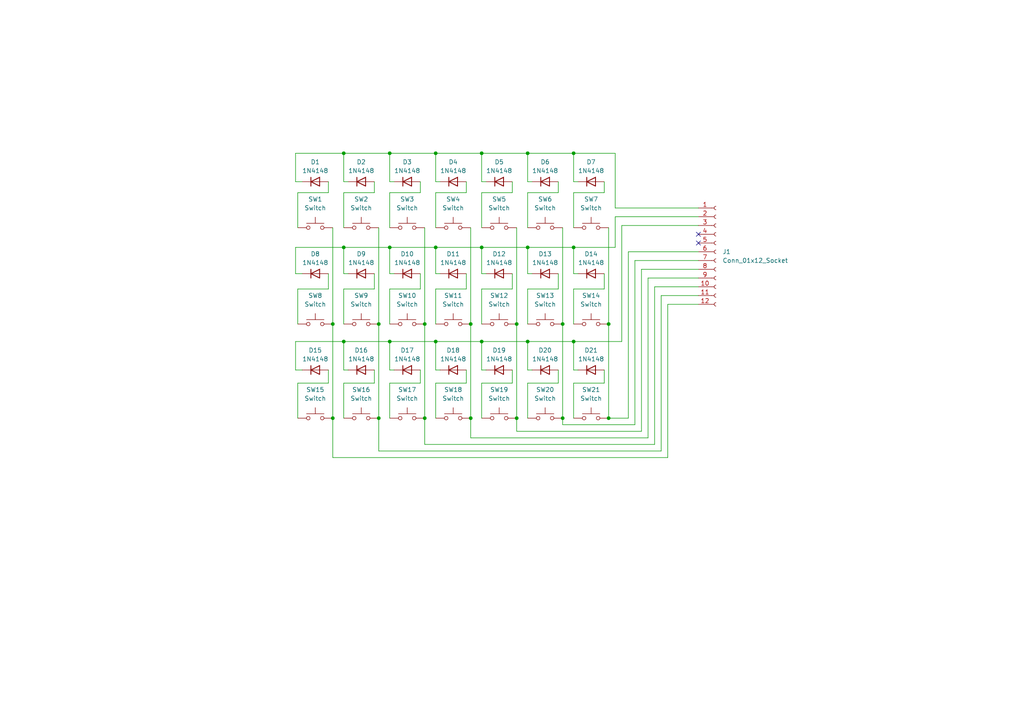
<source format=kicad_sch>
(kicad_sch (version 20230121) (generator eeschema)

  (uuid 722eba11-1417-4bdf-9aeb-58e83680df66)

  (paper "A4")

  (lib_symbols
    (symbol "Connector:Conn_01x12_Socket" (pin_names (offset 1.016) hide) (in_bom yes) (on_board yes)
      (property "Reference" "J" (at 0 15.24 0)
        (effects (font (size 1.27 1.27)))
      )
      (property "Value" "Conn_01x12_Socket" (at 0 -17.78 0)
        (effects (font (size 1.27 1.27)))
      )
      (property "Footprint" "" (at 0 0 0)
        (effects (font (size 1.27 1.27)) hide)
      )
      (property "Datasheet" "~" (at 0 0 0)
        (effects (font (size 1.27 1.27)) hide)
      )
      (property "ki_locked" "" (at 0 0 0)
        (effects (font (size 1.27 1.27)))
      )
      (property "ki_keywords" "connector" (at 0 0 0)
        (effects (font (size 1.27 1.27)) hide)
      )
      (property "ki_description" "Generic connector, single row, 01x12, script generated" (at 0 0 0)
        (effects (font (size 1.27 1.27)) hide)
      )
      (property "ki_fp_filters" "Connector*:*_1x??_*" (at 0 0 0)
        (effects (font (size 1.27 1.27)) hide)
      )
      (symbol "Conn_01x12_Socket_1_1"
        (arc (start 0 -14.732) (mid -0.5058 -15.24) (end 0 -15.748)
          (stroke (width 0.1524) (type default))
          (fill (type none))
        )
        (arc (start 0 -12.192) (mid -0.5058 -12.7) (end 0 -13.208)
          (stroke (width 0.1524) (type default))
          (fill (type none))
        )
        (arc (start 0 -9.652) (mid -0.5058 -10.16) (end 0 -10.668)
          (stroke (width 0.1524) (type default))
          (fill (type none))
        )
        (arc (start 0 -7.112) (mid -0.5058 -7.62) (end 0 -8.128)
          (stroke (width 0.1524) (type default))
          (fill (type none))
        )
        (arc (start 0 -4.572) (mid -0.5058 -5.08) (end 0 -5.588)
          (stroke (width 0.1524) (type default))
          (fill (type none))
        )
        (arc (start 0 -2.032) (mid -0.5058 -2.54) (end 0 -3.048)
          (stroke (width 0.1524) (type default))
          (fill (type none))
        )
        (polyline
          (pts
            (xy -1.27 -15.24)
            (xy -0.508 -15.24)
          )
          (stroke (width 0.1524) (type default))
          (fill (type none))
        )
        (polyline
          (pts
            (xy -1.27 -12.7)
            (xy -0.508 -12.7)
          )
          (stroke (width 0.1524) (type default))
          (fill (type none))
        )
        (polyline
          (pts
            (xy -1.27 -10.16)
            (xy -0.508 -10.16)
          )
          (stroke (width 0.1524) (type default))
          (fill (type none))
        )
        (polyline
          (pts
            (xy -1.27 -7.62)
            (xy -0.508 -7.62)
          )
          (stroke (width 0.1524) (type default))
          (fill (type none))
        )
        (polyline
          (pts
            (xy -1.27 -5.08)
            (xy -0.508 -5.08)
          )
          (stroke (width 0.1524) (type default))
          (fill (type none))
        )
        (polyline
          (pts
            (xy -1.27 -2.54)
            (xy -0.508 -2.54)
          )
          (stroke (width 0.1524) (type default))
          (fill (type none))
        )
        (polyline
          (pts
            (xy -1.27 0)
            (xy -0.508 0)
          )
          (stroke (width 0.1524) (type default))
          (fill (type none))
        )
        (polyline
          (pts
            (xy -1.27 2.54)
            (xy -0.508 2.54)
          )
          (stroke (width 0.1524) (type default))
          (fill (type none))
        )
        (polyline
          (pts
            (xy -1.27 5.08)
            (xy -0.508 5.08)
          )
          (stroke (width 0.1524) (type default))
          (fill (type none))
        )
        (polyline
          (pts
            (xy -1.27 7.62)
            (xy -0.508 7.62)
          )
          (stroke (width 0.1524) (type default))
          (fill (type none))
        )
        (polyline
          (pts
            (xy -1.27 10.16)
            (xy -0.508 10.16)
          )
          (stroke (width 0.1524) (type default))
          (fill (type none))
        )
        (polyline
          (pts
            (xy -1.27 12.7)
            (xy -0.508 12.7)
          )
          (stroke (width 0.1524) (type default))
          (fill (type none))
        )
        (arc (start 0 0.508) (mid -0.5058 0) (end 0 -0.508)
          (stroke (width 0.1524) (type default))
          (fill (type none))
        )
        (arc (start 0 3.048) (mid -0.5058 2.54) (end 0 2.032)
          (stroke (width 0.1524) (type default))
          (fill (type none))
        )
        (arc (start 0 5.588) (mid -0.5058 5.08) (end 0 4.572)
          (stroke (width 0.1524) (type default))
          (fill (type none))
        )
        (arc (start 0 8.128) (mid -0.5058 7.62) (end 0 7.112)
          (stroke (width 0.1524) (type default))
          (fill (type none))
        )
        (arc (start 0 10.668) (mid -0.5058 10.16) (end 0 9.652)
          (stroke (width 0.1524) (type default))
          (fill (type none))
        )
        (arc (start 0 13.208) (mid -0.5058 12.7) (end 0 12.192)
          (stroke (width 0.1524) (type default))
          (fill (type none))
        )
        (pin passive line (at -5.08 12.7 0) (length 3.81)
          (name "Pin_1" (effects (font (size 1.27 1.27))))
          (number "1" (effects (font (size 1.27 1.27))))
        )
        (pin passive line (at -5.08 -10.16 0) (length 3.81)
          (name "Pin_10" (effects (font (size 1.27 1.27))))
          (number "10" (effects (font (size 1.27 1.27))))
        )
        (pin passive line (at -5.08 -12.7 0) (length 3.81)
          (name "Pin_11" (effects (font (size 1.27 1.27))))
          (number "11" (effects (font (size 1.27 1.27))))
        )
        (pin passive line (at -5.08 -15.24 0) (length 3.81)
          (name "Pin_12" (effects (font (size 1.27 1.27))))
          (number "12" (effects (font (size 1.27 1.27))))
        )
        (pin passive line (at -5.08 10.16 0) (length 3.81)
          (name "Pin_2" (effects (font (size 1.27 1.27))))
          (number "2" (effects (font (size 1.27 1.27))))
        )
        (pin passive line (at -5.08 7.62 0) (length 3.81)
          (name "Pin_3" (effects (font (size 1.27 1.27))))
          (number "3" (effects (font (size 1.27 1.27))))
        )
        (pin passive line (at -5.08 5.08 0) (length 3.81)
          (name "Pin_4" (effects (font (size 1.27 1.27))))
          (number "4" (effects (font (size 1.27 1.27))))
        )
        (pin passive line (at -5.08 2.54 0) (length 3.81)
          (name "Pin_5" (effects (font (size 1.27 1.27))))
          (number "5" (effects (font (size 1.27 1.27))))
        )
        (pin passive line (at -5.08 0 0) (length 3.81)
          (name "Pin_6" (effects (font (size 1.27 1.27))))
          (number "6" (effects (font (size 1.27 1.27))))
        )
        (pin passive line (at -5.08 -2.54 0) (length 3.81)
          (name "Pin_7" (effects (font (size 1.27 1.27))))
          (number "7" (effects (font (size 1.27 1.27))))
        )
        (pin passive line (at -5.08 -5.08 0) (length 3.81)
          (name "Pin_8" (effects (font (size 1.27 1.27))))
          (number "8" (effects (font (size 1.27 1.27))))
        )
        (pin passive line (at -5.08 -7.62 0) (length 3.81)
          (name "Pin_9" (effects (font (size 1.27 1.27))))
          (number "9" (effects (font (size 1.27 1.27))))
        )
      )
    )
    (symbol "Diode:1N4148" (pin_numbers hide) (pin_names hide) (in_bom yes) (on_board yes)
      (property "Reference" "D" (at 0 2.54 0)
        (effects (font (size 1.27 1.27)))
      )
      (property "Value" "1N4148" (at 0 -2.54 0)
        (effects (font (size 1.27 1.27)))
      )
      (property "Footprint" "Diode_THT:D_DO-35_SOD27_P7.62mm_Horizontal" (at 0 0 0)
        (effects (font (size 1.27 1.27)) hide)
      )
      (property "Datasheet" "https://assets.nexperia.com/documents/data-sheet/1N4148_1N4448.pdf" (at 0 0 0)
        (effects (font (size 1.27 1.27)) hide)
      )
      (property "Sim.Device" "D" (at 0 0 0)
        (effects (font (size 1.27 1.27)) hide)
      )
      (property "Sim.Pins" "1=K 2=A" (at 0 0 0)
        (effects (font (size 1.27 1.27)) hide)
      )
      (property "ki_keywords" "diode" (at 0 0 0)
        (effects (font (size 1.27 1.27)) hide)
      )
      (property "ki_description" "100V 0.15A standard switching diode, DO-35" (at 0 0 0)
        (effects (font (size 1.27 1.27)) hide)
      )
      (property "ki_fp_filters" "D*DO?35*" (at 0 0 0)
        (effects (font (size 1.27 1.27)) hide)
      )
      (symbol "1N4148_0_1"
        (polyline
          (pts
            (xy -1.27 1.27)
            (xy -1.27 -1.27)
          )
          (stroke (width 0.254) (type default))
          (fill (type none))
        )
        (polyline
          (pts
            (xy 1.27 0)
            (xy -1.27 0)
          )
          (stroke (width 0) (type default))
          (fill (type none))
        )
        (polyline
          (pts
            (xy 1.27 1.27)
            (xy 1.27 -1.27)
            (xy -1.27 0)
            (xy 1.27 1.27)
          )
          (stroke (width 0.254) (type default))
          (fill (type none))
        )
      )
      (symbol "1N4148_1_1"
        (pin passive line (at -3.81 0 0) (length 2.54)
          (name "K" (effects (font (size 1.27 1.27))))
          (number "1" (effects (font (size 1.27 1.27))))
        )
        (pin passive line (at 3.81 0 180) (length 2.54)
          (name "A" (effects (font (size 1.27 1.27))))
          (number "2" (effects (font (size 1.27 1.27))))
        )
      )
    )
    (symbol "ScottoKeebs:Placeholder_Switch" (pin_numbers hide) (pin_names (offset 1.016) hide) (in_bom yes) (on_board yes)
      (property "Reference" "SW" (at 1.27 2.54 0)
        (effects (font (size 1.27 1.27)) (justify left))
      )
      (property "Value" "Switch" (at 0 -1.524 0)
        (effects (font (size 1.27 1.27)))
      )
      (property "Footprint" "" (at 0 5.08 0)
        (effects (font (size 1.27 1.27)) hide)
      )
      (property "Datasheet" "~" (at 0 5.08 0)
        (effects (font (size 1.27 1.27)) hide)
      )
      (property "ki_keywords" "switch normally-open pushbutton push-button" (at 0 0 0)
        (effects (font (size 1.27 1.27)) hide)
      )
      (property "ki_description" "Push button switch, generic, two pins" (at 0 0 0)
        (effects (font (size 1.27 1.27)) hide)
      )
      (symbol "Placeholder_Switch_0_1"
        (circle (center -2.032 0) (radius 0.508)
          (stroke (width 0) (type default))
          (fill (type none))
        )
        (polyline
          (pts
            (xy 0 1.27)
            (xy 0 3.048)
          )
          (stroke (width 0) (type default))
          (fill (type none))
        )
        (polyline
          (pts
            (xy 2.54 1.27)
            (xy -2.54 1.27)
          )
          (stroke (width 0) (type default))
          (fill (type none))
        )
        (circle (center 2.032 0) (radius 0.508)
          (stroke (width 0) (type default))
          (fill (type none))
        )
        (pin passive line (at -5.08 0 0) (length 2.54)
          (name "1" (effects (font (size 1.27 1.27))))
          (number "1" (effects (font (size 1.27 1.27))))
        )
        (pin passive line (at 5.08 0 180) (length 2.54)
          (name "2" (effects (font (size 1.27 1.27))))
          (number "2" (effects (font (size 1.27 1.27))))
        )
      )
    )
  )

  (junction (at 123.19 121.285) (diameter 0) (color 0 0 0 0)
    (uuid 132d497d-c445-4d04-9152-3a14ee4c93c0)
  )
  (junction (at 176.53 121.285) (diameter 0) (color 0 0 0 0)
    (uuid 21c47977-8367-4945-9a6d-cf6a4aca343c)
  )
  (junction (at 99.695 99.06) (diameter 0) (color 0 0 0 0)
    (uuid 2be6dc3d-c8ff-44cc-93ba-fe139dd01997)
  )
  (junction (at 153.035 44.45) (diameter 0) (color 0 0 0 0)
    (uuid 309d6176-2af4-40f5-bf67-13cbc6d8dbf1)
  )
  (junction (at 149.86 121.285) (diameter 0) (color 0 0 0 0)
    (uuid 3686396f-7c35-4eaf-9c71-844ced2efab7)
  )
  (junction (at 166.37 99.06) (diameter 0) (color 0 0 0 0)
    (uuid 43f2e50d-327e-4ace-a78f-5b2de296580f)
  )
  (junction (at 176.53 93.98) (diameter 0) (color 0 0 0 0)
    (uuid 46564961-32ae-44f5-957d-12cbe44c4bc4)
  )
  (junction (at 123.19 93.98) (diameter 0) (color 0 0 0 0)
    (uuid 6c397c81-a5b2-46b3-906c-393491d0fe98)
  )
  (junction (at 153.035 99.06) (diameter 0) (color 0 0 0 0)
    (uuid 6d19790f-e1cc-4a22-ab38-d9c0ccd1b437)
  )
  (junction (at 113.03 99.06) (diameter 0) (color 0 0 0 0)
    (uuid 784d82b0-666c-4873-8a0a-a02df0088e23)
  )
  (junction (at 96.52 121.285) (diameter 0) (color 0 0 0 0)
    (uuid 796feb41-00bf-4377-9208-0f384225b0f8)
  )
  (junction (at 139.7 44.45) (diameter 0) (color 0 0 0 0)
    (uuid 79a0ce49-65e2-453d-b479-657c5c2023c5)
  )
  (junction (at 163.195 121.285) (diameter 0) (color 0 0 0 0)
    (uuid 811a169d-73ac-40f8-8b73-1b7853945c2e)
  )
  (junction (at 163.195 93.98) (diameter 0) (color 0 0 0 0)
    (uuid 82d7356c-7fd7-4b4a-9681-b746b38fd406)
  )
  (junction (at 126.365 44.45) (diameter 0) (color 0 0 0 0)
    (uuid 8bd1454b-7940-4b3b-87eb-fe9884bff601)
  )
  (junction (at 113.03 44.45) (diameter 0) (color 0 0 0 0)
    (uuid 8c049b8e-dd2c-47cc-8d91-c928e07e9991)
  )
  (junction (at 166.37 44.45) (diameter 0) (color 0 0 0 0)
    (uuid 97a2843e-6339-4aea-9a59-9763a61c672d)
  )
  (junction (at 96.52 93.98) (diameter 0) (color 0 0 0 0)
    (uuid 9c1ace78-93fc-44c3-9d90-b8f2b9ba5fe2)
  )
  (junction (at 139.7 71.755) (diameter 0) (color 0 0 0 0)
    (uuid a1700d47-2f55-44e1-8b0d-d71964e6a443)
  )
  (junction (at 136.525 121.285) (diameter 0) (color 0 0 0 0)
    (uuid a479c3ca-2d85-42d6-ac1f-8c8531d0bd4c)
  )
  (junction (at 113.03 71.755) (diameter 0) (color 0 0 0 0)
    (uuid a726edeb-ac3a-4fc2-a772-4931f86bdbc4)
  )
  (junction (at 109.855 121.285) (diameter 0) (color 0 0 0 0)
    (uuid adb3b23a-7e73-4d96-b224-2db43cdf0d78)
  )
  (junction (at 126.365 99.06) (diameter 0) (color 0 0 0 0)
    (uuid b008737a-b89a-40c1-a85f-4f5fd1150d24)
  )
  (junction (at 153.035 71.755) (diameter 0) (color 0 0 0 0)
    (uuid b226dc0b-66a0-487d-9b63-3d91e3c3e9a5)
  )
  (junction (at 99.695 71.755) (diameter 0) (color 0 0 0 0)
    (uuid b359a84d-924c-47b6-b82b-d86462041760)
  )
  (junction (at 166.37 71.755) (diameter 0) (color 0 0 0 0)
    (uuid c13edd86-4ad2-47a6-9649-5f0162c4fa79)
  )
  (junction (at 99.695 44.45) (diameter 0) (color 0 0 0 0)
    (uuid c6834f87-45cf-4117-8256-1d1e48e0cf9a)
  )
  (junction (at 136.525 93.98) (diameter 0) (color 0 0 0 0)
    (uuid ca29bab2-cc6d-45d0-bbcc-29532ba8cd3a)
  )
  (junction (at 149.86 93.98) (diameter 0) (color 0 0 0 0)
    (uuid cf6a2908-7d96-4bfa-a494-63be00baa15b)
  )
  (junction (at 126.365 71.755) (diameter 0) (color 0 0 0 0)
    (uuid daa921fd-0075-4b19-aba6-1d11f8be4566)
  )
  (junction (at 139.7 99.06) (diameter 0) (color 0 0 0 0)
    (uuid e81dc770-c045-44e6-9d81-f5dfa2b13102)
  )
  (junction (at 109.855 93.98) (diameter 0) (color 0 0 0 0)
    (uuid f57e97d4-c4d4-4631-bdd3-116945d1c80e)
  )

  (no_connect (at 202.565 67.945) (uuid 4e80d576-f1b5-4d56-8d1c-315651490a19))
  (no_connect (at 202.565 70.485) (uuid ff1261a5-84ce-4b0b-9462-eba0b24032e3))

  (wire (pts (xy 167.64 52.705) (xy 166.37 52.705))
    (stroke (width 0) (type default))
    (uuid 00f22dba-1609-4eaf-9c64-9ffc31690dd5)
  )
  (wire (pts (xy 95.25 111.125) (xy 95.25 107.315))
    (stroke (width 0) (type default))
    (uuid 015bf75e-a4e8-44d6-a7a6-2ce082c4d414)
  )
  (wire (pts (xy 149.86 121.285) (xy 149.86 125.095))
    (stroke (width 0) (type default))
    (uuid 01971da5-149a-4f22-a4d4-508e0931c6bd)
  )
  (wire (pts (xy 85.725 44.45) (xy 99.695 44.45))
    (stroke (width 0) (type default))
    (uuid 02a12567-a719-4cde-bbe9-b3596afb8310)
  )
  (wire (pts (xy 166.37 79.375) (xy 166.37 71.755))
    (stroke (width 0) (type default))
    (uuid 062381b5-89ac-4993-b334-b2a762e88cc3)
  )
  (wire (pts (xy 113.03 111.125) (xy 121.92 111.125))
    (stroke (width 0) (type default))
    (uuid 082bd1eb-588d-4c30-bd9c-bee39c4bea91)
  )
  (wire (pts (xy 121.92 55.88) (xy 121.92 52.705))
    (stroke (width 0) (type default))
    (uuid 097af609-90dc-4e1a-85c1-d8f6c6a68810)
  )
  (wire (pts (xy 148.59 111.125) (xy 148.59 107.315))
    (stroke (width 0) (type default))
    (uuid 0b47bc1b-a765-412b-aeb2-62bbbf8ed2a0)
  )
  (wire (pts (xy 123.19 66.04) (xy 123.19 93.98))
    (stroke (width 0) (type default))
    (uuid 0f178c05-7b6f-4586-9263-25297343478e)
  )
  (wire (pts (xy 136.525 66.04) (xy 136.525 93.98))
    (stroke (width 0) (type default))
    (uuid 10a62f0d-b71a-462c-99c3-972f3c70c0a3)
  )
  (wire (pts (xy 148.59 83.82) (xy 148.59 79.375))
    (stroke (width 0) (type default))
    (uuid 11f52c3f-1697-496b-9c80-c63d88d90181)
  )
  (wire (pts (xy 139.7 44.45) (xy 153.035 44.45))
    (stroke (width 0) (type default))
    (uuid 13a048ce-dc47-47da-8f68-dcf87c4b14ae)
  )
  (wire (pts (xy 126.365 83.82) (xy 135.255 83.82))
    (stroke (width 0) (type default))
    (uuid 14c3187f-f294-4281-bf66-ff88b72b923c)
  )
  (wire (pts (xy 153.035 79.375) (xy 153.035 71.755))
    (stroke (width 0) (type default))
    (uuid 14f4337e-02cb-45fd-8f88-d84f2e0c18cb)
  )
  (wire (pts (xy 126.365 93.98) (xy 126.365 83.82))
    (stroke (width 0) (type default))
    (uuid 157770d6-dc41-4990-8629-a72445d29bf1)
  )
  (wire (pts (xy 154.305 52.705) (xy 153.035 52.705))
    (stroke (width 0) (type default))
    (uuid 1bbefa78-d874-4058-87a1-985bef3c3eb9)
  )
  (wire (pts (xy 108.585 111.125) (xy 108.585 107.315))
    (stroke (width 0) (type default))
    (uuid 1cb4a78e-c118-4148-938e-afe0a22b521f)
  )
  (wire (pts (xy 187.96 80.645) (xy 202.565 80.645))
    (stroke (width 0) (type default))
    (uuid 22349d3d-a1a2-4f1d-885c-d3f631b28693)
  )
  (wire (pts (xy 99.695 66.04) (xy 99.695 55.88))
    (stroke (width 0) (type default))
    (uuid 23218af3-7cc3-4259-acf3-c8d96f9d6d5b)
  )
  (wire (pts (xy 186.055 125.095) (xy 186.055 78.105))
    (stroke (width 0) (type default))
    (uuid 24562930-3c7f-4413-ae74-e5c7358dc6d6)
  )
  (wire (pts (xy 139.7 121.285) (xy 139.7 111.125))
    (stroke (width 0) (type default))
    (uuid 25a0aa14-0b98-4cc5-abeb-3cb3912266df)
  )
  (wire (pts (xy 113.03 79.375) (xy 113.03 71.755))
    (stroke (width 0) (type default))
    (uuid 25e4a450-23e6-41d7-8246-fd7dc85993cb)
  )
  (wire (pts (xy 176.53 66.04) (xy 176.53 93.98))
    (stroke (width 0) (type default))
    (uuid 26cb1c9f-31c2-4226-8d75-531addc4f99d)
  )
  (wire (pts (xy 96.52 66.04) (xy 96.52 93.98))
    (stroke (width 0) (type default))
    (uuid 2742c882-f93d-4609-ac5d-66fd30605446)
  )
  (wire (pts (xy 153.035 121.285) (xy 153.035 111.125))
    (stroke (width 0) (type default))
    (uuid 28823486-8fca-4ec7-8b71-9ca3391cbdba)
  )
  (wire (pts (xy 178.435 71.755) (xy 178.435 62.865))
    (stroke (width 0) (type default))
    (uuid 2a11ab48-1350-4825-bdc4-f697ca80223f)
  )
  (wire (pts (xy 149.86 93.98) (xy 149.86 121.285))
    (stroke (width 0) (type default))
    (uuid 2ab7f9bb-9ea6-4b3d-8b5c-6ae18382ffc8)
  )
  (wire (pts (xy 114.3 107.315) (xy 113.03 107.315))
    (stroke (width 0) (type default))
    (uuid 2c9e330e-cf4c-4770-b27c-127095d0ba22)
  )
  (wire (pts (xy 126.365 121.285) (xy 126.365 111.125))
    (stroke (width 0) (type default))
    (uuid 2d4b5dc0-59d5-43f9-b07b-87ff6bc63f76)
  )
  (wire (pts (xy 99.695 71.755) (xy 113.03 71.755))
    (stroke (width 0) (type default))
    (uuid 2e273a61-2cae-4e0c-88c6-ffde4d3069f7)
  )
  (wire (pts (xy 108.585 83.82) (xy 108.585 79.375))
    (stroke (width 0) (type default))
    (uuid 305f3556-a347-4974-9ddd-cc32832a17fb)
  )
  (wire (pts (xy 178.435 62.865) (xy 202.565 62.865))
    (stroke (width 0) (type default))
    (uuid 30a9975e-3b9e-495e-8390-1239e033621b)
  )
  (wire (pts (xy 184.15 75.565) (xy 202.565 75.565))
    (stroke (width 0) (type default))
    (uuid 3399fb37-11af-42c2-b86c-45ac635df472)
  )
  (wire (pts (xy 140.97 107.315) (xy 139.7 107.315))
    (stroke (width 0) (type default))
    (uuid 33b7590d-bb44-4946-9865-4cf7d1be2be4)
  )
  (wire (pts (xy 163.195 121.285) (xy 163.195 123.19))
    (stroke (width 0) (type default))
    (uuid 34e7d90f-8472-4ab7-87a9-beaa049b03b6)
  )
  (wire (pts (xy 136.525 93.98) (xy 136.525 121.285))
    (stroke (width 0) (type default))
    (uuid 34f9b69c-04ac-4156-92dd-cf8c643ee341)
  )
  (wire (pts (xy 163.195 123.19) (xy 184.15 123.19))
    (stroke (width 0) (type default))
    (uuid 358d2955-8e8b-4436-8a79-3de4c0967533)
  )
  (wire (pts (xy 193.675 132.715) (xy 193.675 88.265))
    (stroke (width 0) (type default))
    (uuid 3603e803-2fa7-468a-82c5-3b29fd651844)
  )
  (wire (pts (xy 153.035 66.04) (xy 153.035 55.88))
    (stroke (width 0) (type default))
    (uuid 37d2e8c8-de12-448d-a907-485847b86f71)
  )
  (wire (pts (xy 113.03 71.755) (xy 126.365 71.755))
    (stroke (width 0) (type default))
    (uuid 37da07f1-e5e5-4ce8-a1b5-f82cd29e5768)
  )
  (wire (pts (xy 186.055 78.105) (xy 202.565 78.105))
    (stroke (width 0) (type default))
    (uuid 38840878-f274-40bb-a466-94bf91d6ea52)
  )
  (wire (pts (xy 127.635 52.705) (xy 126.365 52.705))
    (stroke (width 0) (type default))
    (uuid 38a1ecf9-ee32-4b2f-ae0b-d4ef9eafd45f)
  )
  (wire (pts (xy 161.925 55.88) (xy 161.925 52.705))
    (stroke (width 0) (type default))
    (uuid 38f5d260-7cc5-4ace-ba9f-783b2fbfbb4f)
  )
  (wire (pts (xy 182.245 73.025) (xy 202.565 73.025))
    (stroke (width 0) (type default))
    (uuid 3aaa4029-2312-43bb-abaf-06a48fd89319)
  )
  (wire (pts (xy 176.53 93.98) (xy 176.53 121.285))
    (stroke (width 0) (type default))
    (uuid 3b766931-253e-4b6b-8ee9-4ff8c640b6fb)
  )
  (wire (pts (xy 126.365 111.125) (xy 135.255 111.125))
    (stroke (width 0) (type default))
    (uuid 3d157f98-308c-4223-a32c-dfdb2e5552fa)
  )
  (wire (pts (xy 126.365 66.04) (xy 126.365 55.88))
    (stroke (width 0) (type default))
    (uuid 3dcc5425-6391-4564-a906-62af52733be4)
  )
  (wire (pts (xy 85.725 79.375) (xy 85.725 71.755))
    (stroke (width 0) (type default))
    (uuid 446102f1-7831-401e-a909-eb1c29694323)
  )
  (wire (pts (xy 189.865 83.185) (xy 202.565 83.185))
    (stroke (width 0) (type default))
    (uuid 4b991339-d0f3-4979-805e-c335aef2e470)
  )
  (wire (pts (xy 139.7 79.375) (xy 139.7 71.755))
    (stroke (width 0) (type default))
    (uuid 4bf69e23-52a3-49c7-8708-0c370b070df1)
  )
  (wire (pts (xy 135.255 83.82) (xy 135.255 79.375))
    (stroke (width 0) (type default))
    (uuid 4dfd2454-1260-4877-977e-6893e22c07ef)
  )
  (wire (pts (xy 153.035 44.45) (xy 166.37 44.45))
    (stroke (width 0) (type default))
    (uuid 51597023-79fa-4e32-b185-e19414e384f0)
  )
  (wire (pts (xy 153.035 99.06) (xy 166.37 99.06))
    (stroke (width 0) (type default))
    (uuid 51e276f8-5276-4a28-9882-c57bef204e03)
  )
  (wire (pts (xy 175.26 55.88) (xy 175.26 52.705))
    (stroke (width 0) (type default))
    (uuid 52eb12c0-1c55-4a17-b7f7-c8cd195bc451)
  )
  (wire (pts (xy 99.695 107.315) (xy 99.695 99.06))
    (stroke (width 0) (type default))
    (uuid 52f7c398-a4c8-4479-a15d-d65ab8645026)
  )
  (wire (pts (xy 85.725 99.06) (xy 99.695 99.06))
    (stroke (width 0) (type default))
    (uuid 53131a12-d745-4f4a-9c15-6e9d0e650b1c)
  )
  (wire (pts (xy 184.15 123.19) (xy 184.15 75.565))
    (stroke (width 0) (type default))
    (uuid 540337c9-3dbe-4d4a-a6bb-38e88dbab446)
  )
  (wire (pts (xy 191.77 85.725) (xy 202.565 85.725))
    (stroke (width 0) (type default))
    (uuid 553d06d4-369f-4b69-8e4e-50d21cde55b2)
  )
  (wire (pts (xy 99.695 93.98) (xy 99.695 83.82))
    (stroke (width 0) (type default))
    (uuid 55b7de78-52c4-4d15-b535-db45a202aa08)
  )
  (wire (pts (xy 109.855 93.98) (xy 109.855 121.285))
    (stroke (width 0) (type default))
    (uuid 563d1374-4726-4c4d-8d63-aae88c19dc87)
  )
  (wire (pts (xy 167.64 107.315) (xy 166.37 107.315))
    (stroke (width 0) (type default))
    (uuid 598d04db-248f-4ab2-9851-bf6d2cae0e56)
  )
  (wire (pts (xy 149.86 66.04) (xy 149.86 93.98))
    (stroke (width 0) (type default))
    (uuid 5d1dfacb-8052-4ac9-a9d5-cccaec14bbb0)
  )
  (wire (pts (xy 96.52 121.285) (xy 96.52 132.715))
    (stroke (width 0) (type default))
    (uuid 5e1ea6a8-fed8-43bf-a1d3-d709f9dbfd77)
  )
  (wire (pts (xy 154.305 79.375) (xy 153.035 79.375))
    (stroke (width 0) (type default))
    (uuid 5eb82445-26d5-4c2a-8bf5-f118b69bceab)
  )
  (wire (pts (xy 113.03 83.82) (xy 121.92 83.82))
    (stroke (width 0) (type default))
    (uuid 5f57728d-11f5-492e-8626-041d34e5d82c)
  )
  (wire (pts (xy 95.25 83.82) (xy 95.25 79.375))
    (stroke (width 0) (type default))
    (uuid 6438051d-9b12-40b2-92f2-578498e2202f)
  )
  (wire (pts (xy 139.7 111.125) (xy 148.59 111.125))
    (stroke (width 0) (type default))
    (uuid 663ee476-e340-4fb6-8842-d9757c47b89d)
  )
  (wire (pts (xy 139.7 107.315) (xy 139.7 99.06))
    (stroke (width 0) (type default))
    (uuid 6981b28f-0160-4c1b-a17b-7c30347e4e63)
  )
  (wire (pts (xy 167.64 79.375) (xy 166.37 79.375))
    (stroke (width 0) (type default))
    (uuid 6abb1c9e-a600-4615-a722-7e5932170169)
  )
  (wire (pts (xy 189.865 128.905) (xy 189.865 83.185))
    (stroke (width 0) (type default))
    (uuid 6b56996b-041b-46c6-9395-20e7a9b199e3)
  )
  (wire (pts (xy 86.36 121.285) (xy 86.36 111.125))
    (stroke (width 0) (type default))
    (uuid 6bb14b42-e61d-409d-8514-2d92c27f18e8)
  )
  (wire (pts (xy 154.305 107.315) (xy 153.035 107.315))
    (stroke (width 0) (type default))
    (uuid 6dc937dd-ff84-4594-8ad5-117157d3fb9b)
  )
  (wire (pts (xy 126.365 99.06) (xy 139.7 99.06))
    (stroke (width 0) (type default))
    (uuid 6e25cc34-1947-4f38-9d35-641abe6dc508)
  )
  (wire (pts (xy 163.195 66.04) (xy 163.195 93.98))
    (stroke (width 0) (type default))
    (uuid 6ed9137a-fcd4-49b7-8472-f05255b290de)
  )
  (wire (pts (xy 163.195 93.98) (xy 163.195 121.285))
    (stroke (width 0) (type default))
    (uuid 6f44e413-3aec-412e-893e-ac4156a4d902)
  )
  (wire (pts (xy 99.695 99.06) (xy 113.03 99.06))
    (stroke (width 0) (type default))
    (uuid 72acc608-975e-4c24-9936-6a26e32fc41d)
  )
  (wire (pts (xy 166.37 107.315) (xy 166.37 99.06))
    (stroke (width 0) (type default))
    (uuid 7485f515-9d01-4c69-9137-83681c7eac7c)
  )
  (wire (pts (xy 139.7 52.705) (xy 139.7 44.45))
    (stroke (width 0) (type default))
    (uuid 75bf2a10-a589-4e62-aacf-e3053341f7b3)
  )
  (wire (pts (xy 99.695 44.45) (xy 113.03 44.45))
    (stroke (width 0) (type default))
    (uuid 76e2789f-a456-45e8-9d57-ea4fa04199b7)
  )
  (wire (pts (xy 166.37 121.285) (xy 166.37 111.125))
    (stroke (width 0) (type default))
    (uuid 76e3b5ba-6757-4c16-a69e-eb2fe75ca6c8)
  )
  (wire (pts (xy 149.86 125.095) (xy 186.055 125.095))
    (stroke (width 0) (type default))
    (uuid 773bae83-83b2-4c15-b3e6-2a05a368c55f)
  )
  (wire (pts (xy 99.695 79.375) (xy 99.695 71.755))
    (stroke (width 0) (type default))
    (uuid 776082a6-2287-4f23-bf0c-adb9638b8551)
  )
  (wire (pts (xy 114.3 79.375) (xy 113.03 79.375))
    (stroke (width 0) (type default))
    (uuid 7825eabc-e83e-487a-b15e-0f02654848ea)
  )
  (wire (pts (xy 180.34 99.06) (xy 180.34 65.405))
    (stroke (width 0) (type default))
    (uuid 79c41435-c4e5-4451-a453-dee6dc718205)
  )
  (wire (pts (xy 99.695 121.285) (xy 99.695 111.125))
    (stroke (width 0) (type default))
    (uuid 7b8bdc47-c7d6-4a9d-9256-0e52f50eb00c)
  )
  (wire (pts (xy 136.525 127) (xy 187.96 127))
    (stroke (width 0) (type default))
    (uuid 7bb88596-bc02-45b1-b7b0-65d3b5d857e2)
  )
  (wire (pts (xy 166.37 52.705) (xy 166.37 44.45))
    (stroke (width 0) (type default))
    (uuid 7d078ebb-9a45-4abc-8057-7e8037d5504d)
  )
  (wire (pts (xy 127.635 107.315) (xy 126.365 107.315))
    (stroke (width 0) (type default))
    (uuid 7ed3cf52-9dac-49b9-8fb0-de3e3ea7ff93)
  )
  (wire (pts (xy 113.03 93.98) (xy 113.03 83.82))
    (stroke (width 0) (type default))
    (uuid 7f70bb00-eed4-4d65-8f2d-653dd4136797)
  )
  (wire (pts (xy 176.53 121.285) (xy 182.245 121.285))
    (stroke (width 0) (type default))
    (uuid 80d2eb99-3de3-4511-bbb1-03f4ac2da092)
  )
  (wire (pts (xy 161.925 83.82) (xy 161.925 79.375))
    (stroke (width 0) (type default))
    (uuid 80e1b5b2-5dee-41d5-b536-27ebde622c45)
  )
  (wire (pts (xy 166.37 83.82) (xy 175.26 83.82))
    (stroke (width 0) (type default))
    (uuid 813d00ca-fc1f-4c5f-9810-11c9f59462e0)
  )
  (wire (pts (xy 175.26 111.125) (xy 175.26 107.315))
    (stroke (width 0) (type default))
    (uuid 845569d6-fa6a-4e15-973f-e929fcfaf167)
  )
  (wire (pts (xy 166.37 93.98) (xy 166.37 83.82))
    (stroke (width 0) (type default))
    (uuid 8877e43b-9d2b-41c4-bfce-73b20578e635)
  )
  (wire (pts (xy 153.035 93.98) (xy 153.035 83.82))
    (stroke (width 0) (type default))
    (uuid 8883a7f8-8b58-4484-90a5-85eb7d02723b)
  )
  (wire (pts (xy 178.435 44.45) (xy 178.435 60.325))
    (stroke (width 0) (type default))
    (uuid 889e67b8-0ebd-4425-bf33-b4a0027a16b0)
  )
  (wire (pts (xy 85.725 71.755) (xy 99.695 71.755))
    (stroke (width 0) (type default))
    (uuid 8c689e6e-24b7-45af-a007-bf1c3700d1a9)
  )
  (wire (pts (xy 123.19 128.905) (xy 189.865 128.905))
    (stroke (width 0) (type default))
    (uuid 8cb651ff-d346-4c2e-a5a3-79f20a0ac3f5)
  )
  (wire (pts (xy 100.965 107.315) (xy 99.695 107.315))
    (stroke (width 0) (type default))
    (uuid 90bf3c8a-091f-4448-801a-1e5d9fc0567a)
  )
  (wire (pts (xy 193.675 88.265) (xy 202.565 88.265))
    (stroke (width 0) (type default))
    (uuid 94fa3cd4-0839-4b10-9118-d9ecb133c525)
  )
  (wire (pts (xy 127.635 79.375) (xy 126.365 79.375))
    (stroke (width 0) (type default))
    (uuid 953dd7b3-8d6b-44c3-b2bf-a86bb553f7aa)
  )
  (wire (pts (xy 86.36 55.88) (xy 95.25 55.88))
    (stroke (width 0) (type default))
    (uuid 96c3af42-9295-4b97-84ef-877ee1f71dec)
  )
  (wire (pts (xy 113.03 55.88) (xy 121.92 55.88))
    (stroke (width 0) (type default))
    (uuid 981e6a69-08dd-4d34-b98b-7d92c671ff18)
  )
  (wire (pts (xy 86.36 83.82) (xy 95.25 83.82))
    (stroke (width 0) (type default))
    (uuid 9b29fc52-330e-4e00-8fad-811d71d5cbcd)
  )
  (wire (pts (xy 109.855 121.285) (xy 109.855 130.81))
    (stroke (width 0) (type default))
    (uuid 9cb59d35-023b-4652-8184-d02b076a8da5)
  )
  (wire (pts (xy 139.7 83.82) (xy 148.59 83.82))
    (stroke (width 0) (type default))
    (uuid 9ce02ffb-d8e5-4979-92fb-c9e18350e594)
  )
  (wire (pts (xy 182.245 121.285) (xy 182.245 73.025))
    (stroke (width 0) (type default))
    (uuid 9ddae216-baca-49f5-b771-b7d94089c4a0)
  )
  (wire (pts (xy 109.855 130.81) (xy 191.77 130.81))
    (stroke (width 0) (type default))
    (uuid 9f3ea0b9-059c-4260-8ec6-884b5e2d85e9)
  )
  (wire (pts (xy 87.63 52.705) (xy 85.725 52.705))
    (stroke (width 0) (type default))
    (uuid 9fcc904d-fc32-4065-b631-5955eb910456)
  )
  (wire (pts (xy 87.63 79.375) (xy 85.725 79.375))
    (stroke (width 0) (type default))
    (uuid a781dd69-7a45-4cce-adc2-410cc26c3c3a)
  )
  (wire (pts (xy 135.255 111.125) (xy 135.255 107.315))
    (stroke (width 0) (type default))
    (uuid a7bc0cd8-249c-4bec-a4f3-c5ff76919c0f)
  )
  (wire (pts (xy 166.37 66.04) (xy 166.37 55.88))
    (stroke (width 0) (type default))
    (uuid aa218153-6def-4dd3-a5c7-8e5b3a4a36f9)
  )
  (wire (pts (xy 136.525 121.285) (xy 136.525 127))
    (stroke (width 0) (type default))
    (uuid aba081db-9fb7-46b0-89db-9c187bd7c5f7)
  )
  (wire (pts (xy 187.96 127) (xy 187.96 80.645))
    (stroke (width 0) (type default))
    (uuid ac593fea-ff02-48cb-b324-3e721271211a)
  )
  (wire (pts (xy 180.34 65.405) (xy 202.565 65.405))
    (stroke (width 0) (type default))
    (uuid b042b271-531d-41a0-8dcf-ccf94113ea16)
  )
  (wire (pts (xy 99.695 111.125) (xy 108.585 111.125))
    (stroke (width 0) (type default))
    (uuid b175085c-19b5-4751-bd44-469df184a8cd)
  )
  (wire (pts (xy 123.19 121.285) (xy 123.19 128.905))
    (stroke (width 0) (type default))
    (uuid b1f64368-e77c-4185-ae1c-75b1ea540be8)
  )
  (wire (pts (xy 153.035 83.82) (xy 161.925 83.82))
    (stroke (width 0) (type default))
    (uuid b333143e-7a72-44da-8e1d-7e7cf3b46441)
  )
  (wire (pts (xy 153.035 111.125) (xy 161.925 111.125))
    (stroke (width 0) (type default))
    (uuid b424edce-d5b3-4f48-a49f-88fc40cea6bb)
  )
  (wire (pts (xy 126.365 71.755) (xy 139.7 71.755))
    (stroke (width 0) (type default))
    (uuid b6158804-1c4b-48e6-952b-845654597257)
  )
  (wire (pts (xy 126.365 44.45) (xy 139.7 44.45))
    (stroke (width 0) (type default))
    (uuid b618be1c-2c04-413c-a6ce-004cedc4ba66)
  )
  (wire (pts (xy 85.725 107.315) (xy 85.725 99.06))
    (stroke (width 0) (type default))
    (uuid b6b53aec-1ed7-4916-8453-ffd254137f38)
  )
  (wire (pts (xy 86.36 111.125) (xy 95.25 111.125))
    (stroke (width 0) (type default))
    (uuid b8b70655-ef55-40a2-8b40-d72d229ed414)
  )
  (wire (pts (xy 191.77 130.81) (xy 191.77 85.725))
    (stroke (width 0) (type default))
    (uuid ba9f3dc1-c9b5-48d2-97ff-688b4a937bce)
  )
  (wire (pts (xy 153.035 107.315) (xy 153.035 99.06))
    (stroke (width 0) (type default))
    (uuid baae2f56-acb5-43ba-8131-65f29d685e09)
  )
  (wire (pts (xy 113.03 44.45) (xy 126.365 44.45))
    (stroke (width 0) (type default))
    (uuid baf302e0-272a-431f-bddd-a83bde5ecac8)
  )
  (wire (pts (xy 140.97 79.375) (xy 139.7 79.375))
    (stroke (width 0) (type default))
    (uuid bb4d3a4f-c655-4686-818b-48d5690aad17)
  )
  (wire (pts (xy 126.365 52.705) (xy 126.365 44.45))
    (stroke (width 0) (type default))
    (uuid bb8fc62a-f0c7-4564-8195-ea1e950c70e4)
  )
  (wire (pts (xy 175.26 83.82) (xy 175.26 79.375))
    (stroke (width 0) (type default))
    (uuid be3ae06a-f131-448f-85b4-e8d64dc83b6e)
  )
  (wire (pts (xy 121.92 83.82) (xy 121.92 79.375))
    (stroke (width 0) (type default))
    (uuid c020a8ab-d08e-444f-95ed-405ea9166c7c)
  )
  (wire (pts (xy 113.03 99.06) (xy 126.365 99.06))
    (stroke (width 0) (type default))
    (uuid c07a6c8f-805e-4b6e-b278-9393acfe192f)
  )
  (wire (pts (xy 178.435 60.325) (xy 202.565 60.325))
    (stroke (width 0) (type default))
    (uuid c681c17b-18c5-49cf-a4d1-775d94e475da)
  )
  (wire (pts (xy 121.92 111.125) (xy 121.92 107.315))
    (stroke (width 0) (type default))
    (uuid c6c7baca-c95d-4505-b541-4d1f27175883)
  )
  (wire (pts (xy 123.19 93.98) (xy 123.19 121.285))
    (stroke (width 0) (type default))
    (uuid c8c47cb6-082e-42be-b169-f11fbf42a4cd)
  )
  (wire (pts (xy 95.25 55.88) (xy 95.25 52.705))
    (stroke (width 0) (type default))
    (uuid c9464c52-dc37-4611-b9e4-0e3a43cb48e2)
  )
  (wire (pts (xy 100.965 52.705) (xy 99.695 52.705))
    (stroke (width 0) (type default))
    (uuid caff2e5b-98a4-44fc-8dc4-4c937f1541a8)
  )
  (wire (pts (xy 139.7 99.06) (xy 153.035 99.06))
    (stroke (width 0) (type default))
    (uuid cba01f17-8efe-462d-98ad-f33bb648dd5e)
  )
  (wire (pts (xy 166.37 99.06) (xy 180.34 99.06))
    (stroke (width 0) (type default))
    (uuid cc3e5cad-8286-41b5-b365-91b844637f60)
  )
  (wire (pts (xy 166.37 55.88) (xy 175.26 55.88))
    (stroke (width 0) (type default))
    (uuid d3a54abf-7fe1-43de-9d80-76b3410d5865)
  )
  (wire (pts (xy 135.255 55.88) (xy 135.255 52.705))
    (stroke (width 0) (type default))
    (uuid d73c9a6d-daff-40e3-8946-d111acede2ea)
  )
  (wire (pts (xy 99.695 52.705) (xy 99.695 44.45))
    (stroke (width 0) (type default))
    (uuid d7dbee2d-e5bf-4807-868f-5488175ab20b)
  )
  (wire (pts (xy 126.365 79.375) (xy 126.365 71.755))
    (stroke (width 0) (type default))
    (uuid d8f79af1-41e9-4074-a785-3fad59cb4d08)
  )
  (wire (pts (xy 99.695 55.88) (xy 108.585 55.88))
    (stroke (width 0) (type default))
    (uuid d9deec6a-1fd6-476a-a9a6-e12b83a96d92)
  )
  (wire (pts (xy 139.7 66.04) (xy 139.7 55.88))
    (stroke (width 0) (type default))
    (uuid da55568d-a735-417e-b3d6-e18d9b202179)
  )
  (wire (pts (xy 108.585 55.88) (xy 108.585 52.705))
    (stroke (width 0) (type default))
    (uuid dbae88e8-cc32-45f0-9410-0a2edeefaa84)
  )
  (wire (pts (xy 96.52 93.98) (xy 96.52 121.285))
    (stroke (width 0) (type default))
    (uuid ddf9e9ae-d32f-4d53-8187-5266d5302757)
  )
  (wire (pts (xy 166.37 71.755) (xy 178.435 71.755))
    (stroke (width 0) (type default))
    (uuid df3c899f-b9ab-47be-bede-ac42f8f9e429)
  )
  (wire (pts (xy 139.7 55.88) (xy 148.59 55.88))
    (stroke (width 0) (type default))
    (uuid df82aad7-5521-4af9-ab59-95d10fe1cb4c)
  )
  (wire (pts (xy 96.52 132.715) (xy 193.675 132.715))
    (stroke (width 0) (type default))
    (uuid e0679645-b4da-4f45-9854-f3413ae60508)
  )
  (wire (pts (xy 153.035 52.705) (xy 153.035 44.45))
    (stroke (width 0) (type default))
    (uuid e17cabd5-2919-4cc7-8f58-da5abefe2981)
  )
  (wire (pts (xy 113.03 52.705) (xy 113.03 44.45))
    (stroke (width 0) (type default))
    (uuid e538f268-0c16-4236-93a0-dbf762d937ac)
  )
  (wire (pts (xy 139.7 93.98) (xy 139.7 83.82))
    (stroke (width 0) (type default))
    (uuid e5c0fe11-2b5d-43a7-ae26-aacbddf554a4)
  )
  (wire (pts (xy 100.965 79.375) (xy 99.695 79.375))
    (stroke (width 0) (type default))
    (uuid e6a83474-6489-4487-8089-32e153b8e6c7)
  )
  (wire (pts (xy 166.37 44.45) (xy 178.435 44.45))
    (stroke (width 0) (type default))
    (uuid e6b704df-05d8-46bc-af00-7be5d0fe5922)
  )
  (wire (pts (xy 126.365 55.88) (xy 135.255 55.88))
    (stroke (width 0) (type default))
    (uuid e7977a84-feac-4255-8235-fda436a61181)
  )
  (wire (pts (xy 114.3 52.705) (xy 113.03 52.705))
    (stroke (width 0) (type default))
    (uuid e7c4943e-c715-4ad5-898b-f1d8bd989af5)
  )
  (wire (pts (xy 166.37 111.125) (xy 175.26 111.125))
    (stroke (width 0) (type default))
    (uuid e8663a49-78b3-49ec-8799-1e04fbff254d)
  )
  (wire (pts (xy 153.035 71.755) (xy 166.37 71.755))
    (stroke (width 0) (type default))
    (uuid e8da50a3-8aa7-49fd-b963-9d4fcbe32427)
  )
  (wire (pts (xy 153.035 55.88) (xy 161.925 55.88))
    (stroke (width 0) (type default))
    (uuid e9e1dbc4-b84c-4562-ae9a-b7b65d1413e1)
  )
  (wire (pts (xy 85.725 52.705) (xy 85.725 44.45))
    (stroke (width 0) (type default))
    (uuid ec35f2dd-8adb-4da9-8eac-9d9b98cfe0ce)
  )
  (wire (pts (xy 140.97 52.705) (xy 139.7 52.705))
    (stroke (width 0) (type default))
    (uuid ec9d56e4-c8c2-40df-b9d4-8875cc7bf255)
  )
  (wire (pts (xy 148.59 55.88) (xy 148.59 52.705))
    (stroke (width 0) (type default))
    (uuid ede9831b-b6fc-4d50-a8a1-cf016d0972c3)
  )
  (wire (pts (xy 139.7 71.755) (xy 153.035 71.755))
    (stroke (width 0) (type default))
    (uuid f2c647c3-d17d-48bd-92eb-1d1495d3304c)
  )
  (wire (pts (xy 86.36 66.04) (xy 86.36 55.88))
    (stroke (width 0) (type default))
    (uuid f6418552-d5ca-4eff-a3e0-92c28efb9a3b)
  )
  (wire (pts (xy 109.855 66.04) (xy 109.855 93.98))
    (stroke (width 0) (type default))
    (uuid f67a231f-c897-493c-9854-48b0cc1f4c0a)
  )
  (wire (pts (xy 99.695 83.82) (xy 108.585 83.82))
    (stroke (width 0) (type default))
    (uuid f6d1ffbe-b896-4d35-89ed-e3e72aa2edc5)
  )
  (wire (pts (xy 113.03 66.04) (xy 113.03 55.88))
    (stroke (width 0) (type default))
    (uuid f75a1eb1-2b47-47b4-8daa-e4f7302e10b7)
  )
  (wire (pts (xy 86.36 93.98) (xy 86.36 83.82))
    (stroke (width 0) (type default))
    (uuid f7f684f1-1d01-4669-b58d-efdc86ed124b)
  )
  (wire (pts (xy 126.365 107.315) (xy 126.365 99.06))
    (stroke (width 0) (type default))
    (uuid fa7712ce-b509-4bc3-84b7-631a227307fc)
  )
  (wire (pts (xy 113.03 121.285) (xy 113.03 111.125))
    (stroke (width 0) (type default))
    (uuid fa831038-bd51-4676-af8d-4816537fdc42)
  )
  (wire (pts (xy 161.925 111.125) (xy 161.925 107.315))
    (stroke (width 0) (type default))
    (uuid fac83b1c-26db-4274-aeda-d7d0e2f33a59)
  )
  (wire (pts (xy 113.03 107.315) (xy 113.03 99.06))
    (stroke (width 0) (type default))
    (uuid fd9710d0-5cc6-4dae-a037-314081321ae7)
  )
  (wire (pts (xy 87.63 107.315) (xy 85.725 107.315))
    (stroke (width 0) (type default))
    (uuid ffc12bed-aaf1-4e7b-9bc2-45b1cbb07af5)
  )

  (symbol (lib_id "ScottoKeebs:Placeholder_Switch") (at 131.445 121.285 0) (unit 1)
    (in_bom yes) (on_board yes) (dnp no) (fields_autoplaced)
    (uuid 088b12ba-4dfa-4549-8f86-ef04980fd3ea)
    (property "Reference" "SW18" (at 131.445 113.03 0)
      (effects (font (size 1.27 1.27)))
    )
    (property "Value" "Switch" (at 131.445 115.57 0)
      (effects (font (size 1.27 1.27)))
    )
    (property "Footprint" "ScottoKeebs_Hotswap:Hotswap_MX_Plated_1.00u" (at 131.445 116.205 0)
      (effects (font (size 1.27 1.27)) hide)
    )
    (property "Datasheet" "~" (at 131.445 116.205 0)
      (effects (font (size 1.27 1.27)) hide)
    )
    (pin "1" (uuid 9d10964a-6c5c-4ec5-aeb4-2ba5e18cb843))
    (pin "2" (uuid 31c3292c-28ee-435e-876f-e7505f45a0e5))
    (instances
      (project "seok-42_mx_keypad_L_Mk1_rev0"
        (path "/722eba11-1417-4bdf-9aeb-58e83680df66"
          (reference "SW18") (unit 1)
        )
      )
    )
  )

  (symbol (lib_id "Diode:1N4148") (at 144.78 79.375 0) (unit 1)
    (in_bom yes) (on_board yes) (dnp no) (fields_autoplaced)
    (uuid 0ecb6d23-d2fb-4dd3-905f-c2772180db65)
    (property "Reference" "D12" (at 144.78 73.66 0)
      (effects (font (size 1.27 1.27)))
    )
    (property "Value" "1N4148" (at 144.78 76.2 0)
      (effects (font (size 1.27 1.27)))
    )
    (property "Footprint" "Diode_THT:D_DO-35_SOD27_P7.62mm_Horizontal" (at 144.78 79.375 0)
      (effects (font (size 1.27 1.27)) hide)
    )
    (property "Datasheet" "https://assets.nexperia.com/documents/data-sheet/1N4148_1N4448.pdf" (at 144.78 79.375 0)
      (effects (font (size 1.27 1.27)) hide)
    )
    (property "Sim.Device" "D" (at 144.78 79.375 0)
      (effects (font (size 1.27 1.27)) hide)
    )
    (property "Sim.Pins" "1=K 2=A" (at 144.78 79.375 0)
      (effects (font (size 1.27 1.27)) hide)
    )
    (pin "1" (uuid 8c98bc8a-cc65-4a12-bd81-8654301f3d60))
    (pin "2" (uuid e6a78ee6-eded-4e34-8b78-c3c29cc6245e))
    (instances
      (project "seok-42_mx_keypad_L_Mk1_rev0"
        (path "/722eba11-1417-4bdf-9aeb-58e83680df66"
          (reference "D12") (unit 1)
        )
      )
    )
  )

  (symbol (lib_id "Diode:1N4148") (at 118.11 52.705 0) (unit 1)
    (in_bom yes) (on_board yes) (dnp no) (fields_autoplaced)
    (uuid 0fb0e9e8-d202-41aa-95cb-df4af2eb3ba5)
    (property "Reference" "D3" (at 118.11 46.99 0)
      (effects (font (size 1.27 1.27)))
    )
    (property "Value" "1N4148" (at 118.11 49.53 0)
      (effects (font (size 1.27 1.27)))
    )
    (property "Footprint" "Diode_THT:D_DO-35_SOD27_P7.62mm_Horizontal" (at 118.11 52.705 0)
      (effects (font (size 1.27 1.27)) hide)
    )
    (property "Datasheet" "https://assets.nexperia.com/documents/data-sheet/1N4148_1N4448.pdf" (at 118.11 52.705 0)
      (effects (font (size 1.27 1.27)) hide)
    )
    (property "Sim.Device" "D" (at 118.11 52.705 0)
      (effects (font (size 1.27 1.27)) hide)
    )
    (property "Sim.Pins" "1=K 2=A" (at 118.11 52.705 0)
      (effects (font (size 1.27 1.27)) hide)
    )
    (pin "1" (uuid a2c136ff-66bd-4917-ba50-b40ec09da930))
    (pin "2" (uuid d99dbe53-0846-419a-bb6c-8755612f1e2f))
    (instances
      (project "seok-42_mx_keypad_L_Mk1_rev0"
        (path "/722eba11-1417-4bdf-9aeb-58e83680df66"
          (reference "D3") (unit 1)
        )
      )
    )
  )

  (symbol (lib_id "Diode:1N4148") (at 91.44 52.705 0) (unit 1)
    (in_bom yes) (on_board yes) (dnp no) (fields_autoplaced)
    (uuid 154dae66-067d-4a8f-bf3b-da0533506732)
    (property "Reference" "D1" (at 91.44 46.99 0)
      (effects (font (size 1.27 1.27)))
    )
    (property "Value" "1N4148" (at 91.44 49.53 0)
      (effects (font (size 1.27 1.27)))
    )
    (property "Footprint" "Diode_THT:D_DO-35_SOD27_P7.62mm_Horizontal" (at 91.44 52.705 0)
      (effects (font (size 1.27 1.27)) hide)
    )
    (property "Datasheet" "https://assets.nexperia.com/documents/data-sheet/1N4148_1N4448.pdf" (at 91.44 52.705 0)
      (effects (font (size 1.27 1.27)) hide)
    )
    (property "Sim.Device" "D" (at 91.44 52.705 0)
      (effects (font (size 1.27 1.27)) hide)
    )
    (property "Sim.Pins" "1=K 2=A" (at 91.44 52.705 0)
      (effects (font (size 1.27 1.27)) hide)
    )
    (pin "1" (uuid e1ac44da-bd8b-41ef-83f8-97d6a1d8e2a1))
    (pin "2" (uuid 02a47f8c-499a-47a4-9028-b89968910361))
    (instances
      (project "seok-42_mx_keypad_L_Mk1_rev0"
        (path "/722eba11-1417-4bdf-9aeb-58e83680df66"
          (reference "D1") (unit 1)
        )
      )
    )
  )

  (symbol (lib_id "Diode:1N4148") (at 158.115 79.375 0) (unit 1)
    (in_bom yes) (on_board yes) (dnp no) (fields_autoplaced)
    (uuid 16e0d42b-ec9b-4661-9fae-7cccf0d9c9f2)
    (property "Reference" "D13" (at 158.115 73.66 0)
      (effects (font (size 1.27 1.27)))
    )
    (property "Value" "1N4148" (at 158.115 76.2 0)
      (effects (font (size 1.27 1.27)))
    )
    (property "Footprint" "Diode_THT:D_DO-35_SOD27_P7.62mm_Horizontal" (at 158.115 79.375 0)
      (effects (font (size 1.27 1.27)) hide)
    )
    (property "Datasheet" "https://assets.nexperia.com/documents/data-sheet/1N4148_1N4448.pdf" (at 158.115 79.375 0)
      (effects (font (size 1.27 1.27)) hide)
    )
    (property "Sim.Device" "D" (at 158.115 79.375 0)
      (effects (font (size 1.27 1.27)) hide)
    )
    (property "Sim.Pins" "1=K 2=A" (at 158.115 79.375 0)
      (effects (font (size 1.27 1.27)) hide)
    )
    (pin "1" (uuid 269bfbcf-19aa-4959-a1f3-dc9c0a3ca99e))
    (pin "2" (uuid de6b0125-dbd9-45de-b66b-e06167264f6d))
    (instances
      (project "seok-42_mx_keypad_L_Mk1_rev0"
        (path "/722eba11-1417-4bdf-9aeb-58e83680df66"
          (reference "D13") (unit 1)
        )
      )
    )
  )

  (symbol (lib_id "ScottoKeebs:Placeholder_Switch") (at 91.44 93.98 0) (unit 1)
    (in_bom yes) (on_board yes) (dnp no) (fields_autoplaced)
    (uuid 1c7fac16-d0db-47ab-829d-a26cab374b31)
    (property "Reference" "SW8" (at 91.44 85.725 0)
      (effects (font (size 1.27 1.27)))
    )
    (property "Value" "Switch" (at 91.44 88.265 0)
      (effects (font (size 1.27 1.27)))
    )
    (property "Footprint" "ScottoKeebs_Hotswap:Hotswap_MX_Plated_1.00u" (at 91.44 88.9 0)
      (effects (font (size 1.27 1.27)) hide)
    )
    (property "Datasheet" "~" (at 91.44 88.9 0)
      (effects (font (size 1.27 1.27)) hide)
    )
    (pin "1" (uuid 5378e5bf-dab4-4930-beb4-e5fea616ec43))
    (pin "2" (uuid 7974f6a8-202d-42c2-8b6f-43ae4cd285d6))
    (instances
      (project "seok-42_mx_keypad_L_Mk1_rev0"
        (path "/722eba11-1417-4bdf-9aeb-58e83680df66"
          (reference "SW8") (unit 1)
        )
      )
    )
  )

  (symbol (lib_id "ScottoKeebs:Placeholder_Switch") (at 104.775 121.285 0) (unit 1)
    (in_bom yes) (on_board yes) (dnp no) (fields_autoplaced)
    (uuid 22982dea-fe68-47e2-bd1d-e3fae048ba25)
    (property "Reference" "SW16" (at 104.775 113.03 0)
      (effects (font (size 1.27 1.27)))
    )
    (property "Value" "Switch" (at 104.775 115.57 0)
      (effects (font (size 1.27 1.27)))
    )
    (property "Footprint" "ScottoKeebs_Hotswap:Hotswap_MX_Plated_1.00u" (at 104.775 116.205 0)
      (effects (font (size 1.27 1.27)) hide)
    )
    (property "Datasheet" "~" (at 104.775 116.205 0)
      (effects (font (size 1.27 1.27)) hide)
    )
    (pin "1" (uuid 94fa42d5-1bd8-48b1-b477-586c0663e243))
    (pin "2" (uuid b105368c-bcb3-4e23-9aa9-206394ec783a))
    (instances
      (project "seok-42_mx_keypad_L_Mk1_rev0"
        (path "/722eba11-1417-4bdf-9aeb-58e83680df66"
          (reference "SW16") (unit 1)
        )
      )
    )
  )

  (symbol (lib_id "ScottoKeebs:Placeholder_Switch") (at 104.775 66.04 0) (unit 1)
    (in_bom yes) (on_board yes) (dnp no) (fields_autoplaced)
    (uuid 22decb0b-abf8-4999-856d-0b0e2cb10c21)
    (property "Reference" "SW2" (at 104.775 57.785 0)
      (effects (font (size 1.27 1.27)))
    )
    (property "Value" "Switch" (at 104.775 60.325 0)
      (effects (font (size 1.27 1.27)))
    )
    (property "Footprint" "ScottoKeebs_Hotswap:Hotswap_MX_Plated_1.00u" (at 104.775 60.96 0)
      (effects (font (size 1.27 1.27)) hide)
    )
    (property "Datasheet" "~" (at 104.775 60.96 0)
      (effects (font (size 1.27 1.27)) hide)
    )
    (pin "1" (uuid 2d7ba598-1f02-4066-a177-80e82680e546))
    (pin "2" (uuid 154faf21-6a73-4d87-ab40-a0658a4706ee))
    (instances
      (project "seok-42_mx_keypad_L_Mk1_rev0"
        (path "/722eba11-1417-4bdf-9aeb-58e83680df66"
          (reference "SW2") (unit 1)
        )
      )
    )
  )

  (symbol (lib_id "ScottoKeebs:Placeholder_Switch") (at 91.44 121.285 0) (unit 1)
    (in_bom yes) (on_board yes) (dnp no) (fields_autoplaced)
    (uuid 23caf796-ccc0-4742-87d0-ca9a2a5ed7d2)
    (property "Reference" "SW15" (at 91.44 113.03 0)
      (effects (font (size 1.27 1.27)))
    )
    (property "Value" "Switch" (at 91.44 115.57 0)
      (effects (font (size 1.27 1.27)))
    )
    (property "Footprint" "ScottoKeebs_Hotswap:Hotswap_MX_Plated_1.00u" (at 91.44 116.205 0)
      (effects (font (size 1.27 1.27)) hide)
    )
    (property "Datasheet" "~" (at 91.44 116.205 0)
      (effects (font (size 1.27 1.27)) hide)
    )
    (pin "1" (uuid e51c8efc-1560-4ba0-a884-576aab797302))
    (pin "2" (uuid ba6cd690-7621-4135-b0f9-1c221a891079))
    (instances
      (project "seok-42_mx_keypad_L_Mk1_rev0"
        (path "/722eba11-1417-4bdf-9aeb-58e83680df66"
          (reference "SW15") (unit 1)
        )
      )
    )
  )

  (symbol (lib_id "Diode:1N4148") (at 131.445 79.375 0) (unit 1)
    (in_bom yes) (on_board yes) (dnp no) (fields_autoplaced)
    (uuid 2a9520cf-3048-4454-9c20-1f6125a362a5)
    (property "Reference" "D11" (at 131.445 73.66 0)
      (effects (font (size 1.27 1.27)))
    )
    (property "Value" "1N4148" (at 131.445 76.2 0)
      (effects (font (size 1.27 1.27)))
    )
    (property "Footprint" "Diode_THT:D_DO-35_SOD27_P7.62mm_Horizontal" (at 131.445 79.375 0)
      (effects (font (size 1.27 1.27)) hide)
    )
    (property "Datasheet" "https://assets.nexperia.com/documents/data-sheet/1N4148_1N4448.pdf" (at 131.445 79.375 0)
      (effects (font (size 1.27 1.27)) hide)
    )
    (property "Sim.Device" "D" (at 131.445 79.375 0)
      (effects (font (size 1.27 1.27)) hide)
    )
    (property "Sim.Pins" "1=K 2=A" (at 131.445 79.375 0)
      (effects (font (size 1.27 1.27)) hide)
    )
    (pin "1" (uuid d2d38107-5298-47e3-991e-9afd112923bc))
    (pin "2" (uuid be246cd8-acf2-4ff7-b93f-23df51927412))
    (instances
      (project "seok-42_mx_keypad_L_Mk1_rev0"
        (path "/722eba11-1417-4bdf-9aeb-58e83680df66"
          (reference "D11") (unit 1)
        )
      )
    )
  )

  (symbol (lib_id "Diode:1N4148") (at 91.44 79.375 0) (unit 1)
    (in_bom yes) (on_board yes) (dnp no) (fields_autoplaced)
    (uuid 2c326a0a-bf27-4087-a2a1-1d7b9b477d8b)
    (property "Reference" "D8" (at 91.44 73.66 0)
      (effects (font (size 1.27 1.27)))
    )
    (property "Value" "1N4148" (at 91.44 76.2 0)
      (effects (font (size 1.27 1.27)))
    )
    (property "Footprint" "Diode_THT:D_DO-35_SOD27_P7.62mm_Horizontal" (at 91.44 79.375 0)
      (effects (font (size 1.27 1.27)) hide)
    )
    (property "Datasheet" "https://assets.nexperia.com/documents/data-sheet/1N4148_1N4448.pdf" (at 91.44 79.375 0)
      (effects (font (size 1.27 1.27)) hide)
    )
    (property "Sim.Device" "D" (at 91.44 79.375 0)
      (effects (font (size 1.27 1.27)) hide)
    )
    (property "Sim.Pins" "1=K 2=A" (at 91.44 79.375 0)
      (effects (font (size 1.27 1.27)) hide)
    )
    (pin "1" (uuid 89ccfcf1-f535-4dd9-8ced-83fb2b84d907))
    (pin "2" (uuid 8e087890-b082-4872-ae90-9d7b2094d121))
    (instances
      (project "seok-42_mx_keypad_L_Mk1_rev0"
        (path "/722eba11-1417-4bdf-9aeb-58e83680df66"
          (reference "D8") (unit 1)
        )
      )
    )
  )

  (symbol (lib_id "ScottoKeebs:Placeholder_Switch") (at 91.44 66.04 0) (unit 1)
    (in_bom yes) (on_board yes) (dnp no) (fields_autoplaced)
    (uuid 36997d97-1f97-47d9-997b-cec3193514cb)
    (property "Reference" "SW1" (at 91.44 57.785 0)
      (effects (font (size 1.27 1.27)))
    )
    (property "Value" "Switch" (at 91.44 60.325 0)
      (effects (font (size 1.27 1.27)))
    )
    (property "Footprint" "ScottoKeebs_Hotswap:Hotswap_MX_Plated_1.00u" (at 91.44 60.96 0)
      (effects (font (size 1.27 1.27)) hide)
    )
    (property "Datasheet" "~" (at 91.44 60.96 0)
      (effects (font (size 1.27 1.27)) hide)
    )
    (pin "1" (uuid c6b3a698-9f86-40a6-960e-280ef64d8d07))
    (pin "2" (uuid f907bd65-a3b1-4e29-8e56-829ca377962c))
    (instances
      (project "seok-42_mx_keypad_L_Mk1_rev0"
        (path "/722eba11-1417-4bdf-9aeb-58e83680df66"
          (reference "SW1") (unit 1)
        )
      )
    )
  )

  (symbol (lib_id "ScottoKeebs:Placeholder_Switch") (at 158.115 93.98 0) (unit 1)
    (in_bom yes) (on_board yes) (dnp no) (fields_autoplaced)
    (uuid 3d4d2f5e-569f-4042-bb05-d44afbb8c5a3)
    (property "Reference" "SW13" (at 158.115 85.725 0)
      (effects (font (size 1.27 1.27)))
    )
    (property "Value" "Switch" (at 158.115 88.265 0)
      (effects (font (size 1.27 1.27)))
    )
    (property "Footprint" "ScottoKeebs_Hotswap:Hotswap_MX_Plated_1.00u" (at 158.115 88.9 0)
      (effects (font (size 1.27 1.27)) hide)
    )
    (property "Datasheet" "~" (at 158.115 88.9 0)
      (effects (font (size 1.27 1.27)) hide)
    )
    (pin "1" (uuid eb8f6caa-8e98-4132-9593-3190cae1ef53))
    (pin "2" (uuid 3f0b2377-1161-4173-8d33-0bb26dba1fca))
    (instances
      (project "seok-42_mx_keypad_L_Mk1_rev0"
        (path "/722eba11-1417-4bdf-9aeb-58e83680df66"
          (reference "SW13") (unit 1)
        )
      )
    )
  )

  (symbol (lib_id "ScottoKeebs:Placeholder_Switch") (at 144.78 121.285 0) (unit 1)
    (in_bom yes) (on_board yes) (dnp no) (fields_autoplaced)
    (uuid 404ea40d-4fe7-49b2-9fd0-09e3c929842b)
    (property "Reference" "SW19" (at 144.78 113.03 0)
      (effects (font (size 1.27 1.27)))
    )
    (property "Value" "Switch" (at 144.78 115.57 0)
      (effects (font (size 1.27 1.27)))
    )
    (property "Footprint" "ScottoKeebs_Hotswap:Hotswap_MX_Plated_1.00u" (at 144.78 116.205 0)
      (effects (font (size 1.27 1.27)) hide)
    )
    (property "Datasheet" "~" (at 144.78 116.205 0)
      (effects (font (size 1.27 1.27)) hide)
    )
    (pin "1" (uuid 9222ed4b-f8ea-4e63-97a9-ceba718ca0d7))
    (pin "2" (uuid 266f08e0-ddc7-4890-8ddd-bde0c010dedb))
    (instances
      (project "seok-42_mx_keypad_L_Mk1_rev0"
        (path "/722eba11-1417-4bdf-9aeb-58e83680df66"
          (reference "SW19") (unit 1)
        )
      )
    )
  )

  (symbol (lib_id "Diode:1N4148") (at 158.115 107.315 0) (unit 1)
    (in_bom yes) (on_board yes) (dnp no) (fields_autoplaced)
    (uuid 4055e4d8-6a99-402d-8109-4bca23a74fe9)
    (property "Reference" "D20" (at 158.115 101.6 0)
      (effects (font (size 1.27 1.27)))
    )
    (property "Value" "1N4148" (at 158.115 104.14 0)
      (effects (font (size 1.27 1.27)))
    )
    (property "Footprint" "Diode_THT:D_DO-35_SOD27_P7.62mm_Horizontal" (at 158.115 107.315 0)
      (effects (font (size 1.27 1.27)) hide)
    )
    (property "Datasheet" "https://assets.nexperia.com/documents/data-sheet/1N4148_1N4448.pdf" (at 158.115 107.315 0)
      (effects (font (size 1.27 1.27)) hide)
    )
    (property "Sim.Device" "D" (at 158.115 107.315 0)
      (effects (font (size 1.27 1.27)) hide)
    )
    (property "Sim.Pins" "1=K 2=A" (at 158.115 107.315 0)
      (effects (font (size 1.27 1.27)) hide)
    )
    (pin "1" (uuid 1e0e0888-1808-4acb-8eb9-ff30c484a929))
    (pin "2" (uuid d7eb0ea1-e777-45d4-bf36-cb2fe1a7ae6d))
    (instances
      (project "seok-42_mx_keypad_L_Mk1_rev0"
        (path "/722eba11-1417-4bdf-9aeb-58e83680df66"
          (reference "D20") (unit 1)
        )
      )
    )
  )

  (symbol (lib_id "Diode:1N4148") (at 171.45 52.705 0) (unit 1)
    (in_bom yes) (on_board yes) (dnp no) (fields_autoplaced)
    (uuid 4803b613-7ae1-4556-ad33-c49372950289)
    (property "Reference" "D7" (at 171.45 46.99 0)
      (effects (font (size 1.27 1.27)))
    )
    (property "Value" "1N4148" (at 171.45 49.53 0)
      (effects (font (size 1.27 1.27)))
    )
    (property "Footprint" "Diode_THT:D_DO-35_SOD27_P7.62mm_Horizontal" (at 171.45 52.705 0)
      (effects (font (size 1.27 1.27)) hide)
    )
    (property "Datasheet" "https://assets.nexperia.com/documents/data-sheet/1N4148_1N4448.pdf" (at 171.45 52.705 0)
      (effects (font (size 1.27 1.27)) hide)
    )
    (property "Sim.Device" "D" (at 171.45 52.705 0)
      (effects (font (size 1.27 1.27)) hide)
    )
    (property "Sim.Pins" "1=K 2=A" (at 171.45 52.705 0)
      (effects (font (size 1.27 1.27)) hide)
    )
    (pin "1" (uuid 32d2bf27-c8de-46d5-aeb7-7f3ab55d86be))
    (pin "2" (uuid 8ef20413-6c92-4ff7-87d2-ae591a3e7ec6))
    (instances
      (project "seok-42_mx_keypad_L_Mk1_rev0"
        (path "/722eba11-1417-4bdf-9aeb-58e83680df66"
          (reference "D7") (unit 1)
        )
      )
    )
  )

  (symbol (lib_id "Connector:Conn_01x12_Socket") (at 207.645 73.025 0) (unit 1)
    (in_bom yes) (on_board yes) (dnp no) (fields_autoplaced)
    (uuid 4b2865e5-8c54-4670-b1ad-95d05803a820)
    (property "Reference" "J1" (at 209.55 73.025 0)
      (effects (font (size 1.27 1.27)) (justify left))
    )
    (property "Value" "Conn_01x12_Socket" (at 209.55 75.565 0)
      (effects (font (size 1.27 1.27)) (justify left))
    )
    (property "Footprint" "Connector_JST:JST_GH_SM12B-GHS-TB_1x12-1MP_P1.25mm_Horizontal" (at 207.645 73.025 0)
      (effects (font (size 1.27 1.27)) hide)
    )
    (property "Datasheet" "~" (at 207.645 73.025 0)
      (effects (font (size 1.27 1.27)) hide)
    )
    (pin "1" (uuid 417c7d06-8908-4349-8f50-52d3d8cae3c3))
    (pin "10" (uuid db8f5bfa-9e01-4ed3-8ff3-8a71d9a26a8a))
    (pin "11" (uuid 0400f7fa-4055-4b61-ab5e-48d41a976ede))
    (pin "12" (uuid a2f040c3-2665-424e-bb54-f73b8369d191))
    (pin "2" (uuid 4205a1e5-9a34-4ffd-9eeb-40291c9be145))
    (pin "3" (uuid c16805cb-1ba2-484c-9039-255d6184f4ff))
    (pin "4" (uuid 50d28d5e-28f4-42c9-af8e-fc0a1240ae96))
    (pin "5" (uuid 1730e34a-ff5b-4c34-9d73-c8a7dc1d3dc2))
    (pin "6" (uuid d82ad9d2-7869-478d-9bbf-bbd9fd111d70))
    (pin "7" (uuid 84369bfd-199c-45f7-b2b0-1b4c544c4319))
    (pin "8" (uuid 28cd00e2-155e-48ea-ab5a-4d39f925a224))
    (pin "9" (uuid 978f3cec-d5c3-4f30-b85f-2c6d893e7cb6))
    (instances
      (project "seok-42_mx_keypad_L_Mk1_rev0"
        (path "/722eba11-1417-4bdf-9aeb-58e83680df66"
          (reference "J1") (unit 1)
        )
      )
    )
  )

  (symbol (lib_id "ScottoKeebs:Placeholder_Switch") (at 131.445 66.04 0) (unit 1)
    (in_bom yes) (on_board yes) (dnp no) (fields_autoplaced)
    (uuid 4d41aaa0-6214-4f46-b2c6-d78c2d889699)
    (property "Reference" "SW4" (at 131.445 57.785 0)
      (effects (font (size 1.27 1.27)))
    )
    (property "Value" "Switch" (at 131.445 60.325 0)
      (effects (font (size 1.27 1.27)))
    )
    (property "Footprint" "ScottoKeebs_Hotswap:Hotswap_MX_Plated_1.00u" (at 131.445 60.96 0)
      (effects (font (size 1.27 1.27)) hide)
    )
    (property "Datasheet" "~" (at 131.445 60.96 0)
      (effects (font (size 1.27 1.27)) hide)
    )
    (pin "1" (uuid a02de323-f055-4db4-a7a1-8fcb9c2e919e))
    (pin "2" (uuid 6bbae063-e878-428d-8c9a-ef5ef27aef36))
    (instances
      (project "seok-42_mx_keypad_L_Mk1_rev0"
        (path "/722eba11-1417-4bdf-9aeb-58e83680df66"
          (reference "SW4") (unit 1)
        )
      )
    )
  )

  (symbol (lib_id "ScottoKeebs:Placeholder_Switch") (at 144.78 66.04 0) (unit 1)
    (in_bom yes) (on_board yes) (dnp no) (fields_autoplaced)
    (uuid 55fb81fc-9f82-4d0c-8ce1-173c6a4b4127)
    (property "Reference" "SW5" (at 144.78 57.785 0)
      (effects (font (size 1.27 1.27)))
    )
    (property "Value" "Switch" (at 144.78 60.325 0)
      (effects (font (size 1.27 1.27)))
    )
    (property "Footprint" "ScottoKeebs_Hotswap:Hotswap_MX_Plated_1.00u" (at 144.78 60.96 0)
      (effects (font (size 1.27 1.27)) hide)
    )
    (property "Datasheet" "~" (at 144.78 60.96 0)
      (effects (font (size 1.27 1.27)) hide)
    )
    (pin "1" (uuid 5447352b-9cc5-4c96-9f7a-947d4fb4de3c))
    (pin "2" (uuid 2da4b391-ba2e-4551-a879-f4e5b9687959))
    (instances
      (project "seok-42_mx_keypad_L_Mk1_rev0"
        (path "/722eba11-1417-4bdf-9aeb-58e83680df66"
          (reference "SW5") (unit 1)
        )
      )
    )
  )

  (symbol (lib_id "Diode:1N4148") (at 91.44 107.315 0) (unit 1)
    (in_bom yes) (on_board yes) (dnp no) (fields_autoplaced)
    (uuid 567ef61f-f7ba-41b5-9a2d-93ac919c7dd7)
    (property "Reference" "D15" (at 91.44 101.6 0)
      (effects (font (size 1.27 1.27)))
    )
    (property "Value" "1N4148" (at 91.44 104.14 0)
      (effects (font (size 1.27 1.27)))
    )
    (property "Footprint" "Diode_THT:D_DO-35_SOD27_P7.62mm_Horizontal" (at 91.44 107.315 0)
      (effects (font (size 1.27 1.27)) hide)
    )
    (property "Datasheet" "https://assets.nexperia.com/documents/data-sheet/1N4148_1N4448.pdf" (at 91.44 107.315 0)
      (effects (font (size 1.27 1.27)) hide)
    )
    (property "Sim.Device" "D" (at 91.44 107.315 0)
      (effects (font (size 1.27 1.27)) hide)
    )
    (property "Sim.Pins" "1=K 2=A" (at 91.44 107.315 0)
      (effects (font (size 1.27 1.27)) hide)
    )
    (pin "1" (uuid f9a8f0d7-9828-4af9-ba15-b44b001fb3d5))
    (pin "2" (uuid ef8dc398-31b5-4605-8bf2-9775af723f02))
    (instances
      (project "seok-42_mx_keypad_L_Mk1_rev0"
        (path "/722eba11-1417-4bdf-9aeb-58e83680df66"
          (reference "D15") (unit 1)
        )
      )
    )
  )

  (symbol (lib_id "ScottoKeebs:Placeholder_Switch") (at 118.11 93.98 0) (unit 1)
    (in_bom yes) (on_board yes) (dnp no) (fields_autoplaced)
    (uuid 5a9663ac-5d6c-42bb-8dce-6fc37615c9de)
    (property "Reference" "SW10" (at 118.11 85.725 0)
      (effects (font (size 1.27 1.27)))
    )
    (property "Value" "Switch" (at 118.11 88.265 0)
      (effects (font (size 1.27 1.27)))
    )
    (property "Footprint" "ScottoKeebs_Hotswap:Hotswap_MX_Plated_1.00u" (at 118.11 88.9 0)
      (effects (font (size 1.27 1.27)) hide)
    )
    (property "Datasheet" "~" (at 118.11 88.9 0)
      (effects (font (size 1.27 1.27)) hide)
    )
    (pin "1" (uuid 1ec80138-e2ff-48a0-9583-50b68748fe1d))
    (pin "2" (uuid 4c23b870-6457-4a1f-a98a-585b8fcba3ee))
    (instances
      (project "seok-42_mx_keypad_L_Mk1_rev0"
        (path "/722eba11-1417-4bdf-9aeb-58e83680df66"
          (reference "SW10") (unit 1)
        )
      )
    )
  )

  (symbol (lib_id "ScottoKeebs:Placeholder_Switch") (at 171.45 93.98 0) (unit 1)
    (in_bom yes) (on_board yes) (dnp no) (fields_autoplaced)
    (uuid 61865c84-cd54-46a0-a194-df55cba7b207)
    (property "Reference" "SW14" (at 171.45 85.725 0)
      (effects (font (size 1.27 1.27)))
    )
    (property "Value" "Switch" (at 171.45 88.265 0)
      (effects (font (size 1.27 1.27)))
    )
    (property "Footprint" "ScottoKeebs_Hotswap:Hotswap_MX_Plated_1.00u" (at 171.45 88.9 0)
      (effects (font (size 1.27 1.27)) hide)
    )
    (property "Datasheet" "~" (at 171.45 88.9 0)
      (effects (font (size 1.27 1.27)) hide)
    )
    (pin "1" (uuid 9bba839f-4b22-4daf-b351-bbeec27d24f2))
    (pin "2" (uuid 76638935-662a-4981-b573-64727390ab0e))
    (instances
      (project "seok-42_mx_keypad_L_Mk1_rev0"
        (path "/722eba11-1417-4bdf-9aeb-58e83680df66"
          (reference "SW14") (unit 1)
        )
      )
    )
  )

  (symbol (lib_id "Diode:1N4148") (at 104.775 52.705 0) (unit 1)
    (in_bom yes) (on_board yes) (dnp no) (fields_autoplaced)
    (uuid 6f77d9be-81a5-46b0-8fd0-d39e96374269)
    (property "Reference" "D2" (at 104.775 46.99 0)
      (effects (font (size 1.27 1.27)))
    )
    (property "Value" "1N4148" (at 104.775 49.53 0)
      (effects (font (size 1.27 1.27)))
    )
    (property "Footprint" "Diode_THT:D_DO-35_SOD27_P7.62mm_Horizontal" (at 104.775 52.705 0)
      (effects (font (size 1.27 1.27)) hide)
    )
    (property "Datasheet" "https://assets.nexperia.com/documents/data-sheet/1N4148_1N4448.pdf" (at 104.775 52.705 0)
      (effects (font (size 1.27 1.27)) hide)
    )
    (property "Sim.Device" "D" (at 104.775 52.705 0)
      (effects (font (size 1.27 1.27)) hide)
    )
    (property "Sim.Pins" "1=K 2=A" (at 104.775 52.705 0)
      (effects (font (size 1.27 1.27)) hide)
    )
    (pin "1" (uuid 055a7136-d4de-488c-9755-c010515a4c33))
    (pin "2" (uuid 21ff0ef3-1e02-4aff-9645-39fabbe791bb))
    (instances
      (project "seok-42_mx_keypad_L_Mk1_rev0"
        (path "/722eba11-1417-4bdf-9aeb-58e83680df66"
          (reference "D2") (unit 1)
        )
      )
    )
  )

  (symbol (lib_id "Diode:1N4148") (at 118.11 79.375 0) (unit 1)
    (in_bom yes) (on_board yes) (dnp no) (fields_autoplaced)
    (uuid 71bb8c82-61c2-4604-8682-ae159487eaa2)
    (property "Reference" "D10" (at 118.11 73.66 0)
      (effects (font (size 1.27 1.27)))
    )
    (property "Value" "1N4148" (at 118.11 76.2 0)
      (effects (font (size 1.27 1.27)))
    )
    (property "Footprint" "Diode_THT:D_DO-35_SOD27_P7.62mm_Horizontal" (at 118.11 79.375 0)
      (effects (font (size 1.27 1.27)) hide)
    )
    (property "Datasheet" "https://assets.nexperia.com/documents/data-sheet/1N4148_1N4448.pdf" (at 118.11 79.375 0)
      (effects (font (size 1.27 1.27)) hide)
    )
    (property "Sim.Device" "D" (at 118.11 79.375 0)
      (effects (font (size 1.27 1.27)) hide)
    )
    (property "Sim.Pins" "1=K 2=A" (at 118.11 79.375 0)
      (effects (font (size 1.27 1.27)) hide)
    )
    (pin "1" (uuid 54c34dfa-f7d0-4f7e-a3ee-275dbf8faaf0))
    (pin "2" (uuid 2ebc9dd1-5f3a-4c47-8a1f-c8061a783a60))
    (instances
      (project "seok-42_mx_keypad_L_Mk1_rev0"
        (path "/722eba11-1417-4bdf-9aeb-58e83680df66"
          (reference "D10") (unit 1)
        )
      )
    )
  )

  (symbol (lib_id "Diode:1N4148") (at 131.445 52.705 0) (unit 1)
    (in_bom yes) (on_board yes) (dnp no) (fields_autoplaced)
    (uuid 78c8f122-5139-4625-8921-732df6b75d48)
    (property "Reference" "D4" (at 131.445 46.99 0)
      (effects (font (size 1.27 1.27)))
    )
    (property "Value" "1N4148" (at 131.445 49.53 0)
      (effects (font (size 1.27 1.27)))
    )
    (property "Footprint" "Diode_THT:D_DO-35_SOD27_P7.62mm_Horizontal" (at 131.445 52.705 0)
      (effects (font (size 1.27 1.27)) hide)
    )
    (property "Datasheet" "https://assets.nexperia.com/documents/data-sheet/1N4148_1N4448.pdf" (at 131.445 52.705 0)
      (effects (font (size 1.27 1.27)) hide)
    )
    (property "Sim.Device" "D" (at 131.445 52.705 0)
      (effects (font (size 1.27 1.27)) hide)
    )
    (property "Sim.Pins" "1=K 2=A" (at 131.445 52.705 0)
      (effects (font (size 1.27 1.27)) hide)
    )
    (pin "1" (uuid 77c53f8e-e90e-4460-b92f-33cdecf57ea9))
    (pin "2" (uuid 82b6b99f-4ed1-40e5-9756-7fbc040599d3))
    (instances
      (project "seok-42_mx_keypad_L_Mk1_rev0"
        (path "/722eba11-1417-4bdf-9aeb-58e83680df66"
          (reference "D4") (unit 1)
        )
      )
    )
  )

  (symbol (lib_id "ScottoKeebs:Placeholder_Switch") (at 131.445 93.98 0) (unit 1)
    (in_bom yes) (on_board yes) (dnp no) (fields_autoplaced)
    (uuid 7e947613-f29b-44e4-9a9b-9e7d764188c3)
    (property "Reference" "SW11" (at 131.445 85.725 0)
      (effects (font (size 1.27 1.27)))
    )
    (property "Value" "Switch" (at 131.445 88.265 0)
      (effects (font (size 1.27 1.27)))
    )
    (property "Footprint" "ScottoKeebs_Hotswap:Hotswap_MX_Plated_1.00u" (at 131.445 88.9 0)
      (effects (font (size 1.27 1.27)) hide)
    )
    (property "Datasheet" "~" (at 131.445 88.9 0)
      (effects (font (size 1.27 1.27)) hide)
    )
    (pin "1" (uuid 5fe1cded-8493-40fb-b7fe-60a02f2cde96))
    (pin "2" (uuid fdd984e5-8ceb-492f-b1a8-d4a11f8a255f))
    (instances
      (project "seok-42_mx_keypad_L_Mk1_rev0"
        (path "/722eba11-1417-4bdf-9aeb-58e83680df66"
          (reference "SW11") (unit 1)
        )
      )
    )
  )

  (symbol (lib_id "ScottoKeebs:Placeholder_Switch") (at 118.11 66.04 0) (unit 1)
    (in_bom yes) (on_board yes) (dnp no) (fields_autoplaced)
    (uuid 7f3826e2-997a-4916-98be-b7b43edf832f)
    (property "Reference" "SW3" (at 118.11 57.785 0)
      (effects (font (size 1.27 1.27)))
    )
    (property "Value" "Switch" (at 118.11 60.325 0)
      (effects (font (size 1.27 1.27)))
    )
    (property "Footprint" "ScottoKeebs_Hotswap:Hotswap_MX_Plated_1.00u" (at 118.11 60.96 0)
      (effects (font (size 1.27 1.27)) hide)
    )
    (property "Datasheet" "~" (at 118.11 60.96 0)
      (effects (font (size 1.27 1.27)) hide)
    )
    (pin "1" (uuid 43a4b9fb-7e04-4b19-bd3a-4135357a0129))
    (pin "2" (uuid 89552218-23d6-4a86-b04a-cbb1dbf3d326))
    (instances
      (project "seok-42_mx_keypad_L_Mk1_rev0"
        (path "/722eba11-1417-4bdf-9aeb-58e83680df66"
          (reference "SW3") (unit 1)
        )
      )
    )
  )

  (symbol (lib_id "Diode:1N4148") (at 104.775 107.315 0) (unit 1)
    (in_bom yes) (on_board yes) (dnp no) (fields_autoplaced)
    (uuid 804d2190-9378-4264-84af-0be2148054f1)
    (property "Reference" "D16" (at 104.775 101.6 0)
      (effects (font (size 1.27 1.27)))
    )
    (property "Value" "1N4148" (at 104.775 104.14 0)
      (effects (font (size 1.27 1.27)))
    )
    (property "Footprint" "Diode_THT:D_DO-35_SOD27_P7.62mm_Horizontal" (at 104.775 107.315 0)
      (effects (font (size 1.27 1.27)) hide)
    )
    (property "Datasheet" "https://assets.nexperia.com/documents/data-sheet/1N4148_1N4448.pdf" (at 104.775 107.315 0)
      (effects (font (size 1.27 1.27)) hide)
    )
    (property "Sim.Device" "D" (at 104.775 107.315 0)
      (effects (font (size 1.27 1.27)) hide)
    )
    (property "Sim.Pins" "1=K 2=A" (at 104.775 107.315 0)
      (effects (font (size 1.27 1.27)) hide)
    )
    (pin "1" (uuid 70b690e0-e26b-47ed-a23c-ba842069b56b))
    (pin "2" (uuid 4ecdb0aa-47e7-4038-b5ff-c63d1ad04d88))
    (instances
      (project "seok-42_mx_keypad_L_Mk1_rev0"
        (path "/722eba11-1417-4bdf-9aeb-58e83680df66"
          (reference "D16") (unit 1)
        )
      )
    )
  )

  (symbol (lib_id "ScottoKeebs:Placeholder_Switch") (at 158.115 121.285 0) (unit 1)
    (in_bom yes) (on_board yes) (dnp no) (fields_autoplaced)
    (uuid 815bf495-a22d-488f-9dac-17d3969c5af1)
    (property "Reference" "SW20" (at 158.115 113.03 0)
      (effects (font (size 1.27 1.27)))
    )
    (property "Value" "Switch" (at 158.115 115.57 0)
      (effects (font (size 1.27 1.27)))
    )
    (property "Footprint" "ScottoKeebs_Hotswap:Hotswap_MX_Plated_1.00u" (at 158.115 116.205 0)
      (effects (font (size 1.27 1.27)) hide)
    )
    (property "Datasheet" "~" (at 158.115 116.205 0)
      (effects (font (size 1.27 1.27)) hide)
    )
    (pin "1" (uuid 3d755e94-ee38-4fc0-ab15-0b901e707545))
    (pin "2" (uuid 13e98221-07f0-41ff-a63b-feb7b9e5bd1f))
    (instances
      (project "seok-42_mx_keypad_L_Mk1_rev0"
        (path "/722eba11-1417-4bdf-9aeb-58e83680df66"
          (reference "SW20") (unit 1)
        )
      )
    )
  )

  (symbol (lib_id "Diode:1N4148") (at 104.775 79.375 0) (unit 1)
    (in_bom yes) (on_board yes) (dnp no) (fields_autoplaced)
    (uuid a55eef18-ce27-42a8-a93d-1072ad7472ca)
    (property "Reference" "D9" (at 104.775 73.66 0)
      (effects (font (size 1.27 1.27)))
    )
    (property "Value" "1N4148" (at 104.775 76.2 0)
      (effects (font (size 1.27 1.27)))
    )
    (property "Footprint" "Diode_THT:D_DO-35_SOD27_P7.62mm_Horizontal" (at 104.775 79.375 0)
      (effects (font (size 1.27 1.27)) hide)
    )
    (property "Datasheet" "https://assets.nexperia.com/documents/data-sheet/1N4148_1N4448.pdf" (at 104.775 79.375 0)
      (effects (font (size 1.27 1.27)) hide)
    )
    (property "Sim.Device" "D" (at 104.775 79.375 0)
      (effects (font (size 1.27 1.27)) hide)
    )
    (property "Sim.Pins" "1=K 2=A" (at 104.775 79.375 0)
      (effects (font (size 1.27 1.27)) hide)
    )
    (pin "1" (uuid f0663ce3-3ed5-430d-9096-6f63a42ae1e8))
    (pin "2" (uuid 42ccd97e-e160-4a60-adc0-7622301136bc))
    (instances
      (project "seok-42_mx_keypad_L_Mk1_rev0"
        (path "/722eba11-1417-4bdf-9aeb-58e83680df66"
          (reference "D9") (unit 1)
        )
      )
    )
  )

  (symbol (lib_id "Diode:1N4148") (at 158.115 52.705 0) (unit 1)
    (in_bom yes) (on_board yes) (dnp no) (fields_autoplaced)
    (uuid ae1c52c7-e647-4f84-8b4e-0c3394750bfe)
    (property "Reference" "D6" (at 158.115 46.99 0)
      (effects (font (size 1.27 1.27)))
    )
    (property "Value" "1N4148" (at 158.115 49.53 0)
      (effects (font (size 1.27 1.27)))
    )
    (property "Footprint" "Diode_THT:D_DO-35_SOD27_P7.62mm_Horizontal" (at 158.115 52.705 0)
      (effects (font (size 1.27 1.27)) hide)
    )
    (property "Datasheet" "https://assets.nexperia.com/documents/data-sheet/1N4148_1N4448.pdf" (at 158.115 52.705 0)
      (effects (font (size 1.27 1.27)) hide)
    )
    (property "Sim.Device" "D" (at 158.115 52.705 0)
      (effects (font (size 1.27 1.27)) hide)
    )
    (property "Sim.Pins" "1=K 2=A" (at 158.115 52.705 0)
      (effects (font (size 1.27 1.27)) hide)
    )
    (pin "1" (uuid 6e6da2d8-d9ca-4c55-a381-cd5626b3a070))
    (pin "2" (uuid 9470eb4d-9acd-4a21-be0b-863da59ee325))
    (instances
      (project "seok-42_mx_keypad_L_Mk1_rev0"
        (path "/722eba11-1417-4bdf-9aeb-58e83680df66"
          (reference "D6") (unit 1)
        )
      )
    )
  )

  (symbol (lib_id "ScottoKeebs:Placeholder_Switch") (at 118.11 121.285 0) (unit 1)
    (in_bom yes) (on_board yes) (dnp no) (fields_autoplaced)
    (uuid aff98eb7-7ef0-409b-8008-599d37cc9ea3)
    (property "Reference" "SW17" (at 118.11 113.03 0)
      (effects (font (size 1.27 1.27)))
    )
    (property "Value" "Switch" (at 118.11 115.57 0)
      (effects (font (size 1.27 1.27)))
    )
    (property "Footprint" "ScottoKeebs_Hotswap:Hotswap_MX_Plated_1.00u" (at 118.11 116.205 0)
      (effects (font (size 1.27 1.27)) hide)
    )
    (property "Datasheet" "~" (at 118.11 116.205 0)
      (effects (font (size 1.27 1.27)) hide)
    )
    (pin "1" (uuid c6c0d664-31f4-49c2-9cc9-3901a2f7a3cb))
    (pin "2" (uuid 6d659a44-ee16-4147-bdfb-61ddc8a9fb0c))
    (instances
      (project "seok-42_mx_keypad_L_Mk1_rev0"
        (path "/722eba11-1417-4bdf-9aeb-58e83680df66"
          (reference "SW17") (unit 1)
        )
      )
    )
  )

  (symbol (lib_id "ScottoKeebs:Placeholder_Switch") (at 144.78 93.98 0) (unit 1)
    (in_bom yes) (on_board yes) (dnp no) (fields_autoplaced)
    (uuid b7347e6e-061d-4483-a292-9f0b7ab32a0c)
    (property "Reference" "SW12" (at 144.78 85.725 0)
      (effects (font (size 1.27 1.27)))
    )
    (property "Value" "Switch" (at 144.78 88.265 0)
      (effects (font (size 1.27 1.27)))
    )
    (property "Footprint" "ScottoKeebs_Hotswap:Hotswap_MX_Plated_1.00u" (at 144.78 88.9 0)
      (effects (font (size 1.27 1.27)) hide)
    )
    (property "Datasheet" "~" (at 144.78 88.9 0)
      (effects (font (size 1.27 1.27)) hide)
    )
    (pin "1" (uuid dc384149-d9ba-4b02-88dd-7d741cf592f1))
    (pin "2" (uuid 2d9963a5-7c70-4d79-8bdd-5e303b674894))
    (instances
      (project "seok-42_mx_keypad_L_Mk1_rev0"
        (path "/722eba11-1417-4bdf-9aeb-58e83680df66"
          (reference "SW12") (unit 1)
        )
      )
    )
  )

  (symbol (lib_id "Diode:1N4148") (at 131.445 107.315 0) (unit 1)
    (in_bom yes) (on_board yes) (dnp no) (fields_autoplaced)
    (uuid b7ddd2cf-1ac9-416e-99fa-43ec9cce7cb2)
    (property "Reference" "D18" (at 131.445 101.6 0)
      (effects (font (size 1.27 1.27)))
    )
    (property "Value" "1N4148" (at 131.445 104.14 0)
      (effects (font (size 1.27 1.27)))
    )
    (property "Footprint" "Diode_THT:D_DO-35_SOD27_P7.62mm_Horizontal" (at 131.445 107.315 0)
      (effects (font (size 1.27 1.27)) hide)
    )
    (property "Datasheet" "https://assets.nexperia.com/documents/data-sheet/1N4148_1N4448.pdf" (at 131.445 107.315 0)
      (effects (font (size 1.27 1.27)) hide)
    )
    (property "Sim.Device" "D" (at 131.445 107.315 0)
      (effects (font (size 1.27 1.27)) hide)
    )
    (property "Sim.Pins" "1=K 2=A" (at 131.445 107.315 0)
      (effects (font (size 1.27 1.27)) hide)
    )
    (pin "1" (uuid 04ef6a8e-a72c-46e2-8f30-7c7d5497caeb))
    (pin "2" (uuid 320c6c4f-3c97-4d8a-839a-70200b9cb0f4))
    (instances
      (project "seok-42_mx_keypad_L_Mk1_rev0"
        (path "/722eba11-1417-4bdf-9aeb-58e83680df66"
          (reference "D18") (unit 1)
        )
      )
    )
  )

  (symbol (lib_id "ScottoKeebs:Placeholder_Switch") (at 158.115 66.04 0) (unit 1)
    (in_bom yes) (on_board yes) (dnp no) (fields_autoplaced)
    (uuid be634c2d-32af-43ff-8233-531e46c51405)
    (property "Reference" "SW6" (at 158.115 57.785 0)
      (effects (font (size 1.27 1.27)))
    )
    (property "Value" "Switch" (at 158.115 60.325 0)
      (effects (font (size 1.27 1.27)))
    )
    (property "Footprint" "ScottoKeebs_Hotswap:Hotswap_MX_Plated_1.00u" (at 158.115 60.96 0)
      (effects (font (size 1.27 1.27)) hide)
    )
    (property "Datasheet" "~" (at 158.115 60.96 0)
      (effects (font (size 1.27 1.27)) hide)
    )
    (pin "1" (uuid 47fe556b-ca5a-4aaa-8d51-fbbd19596c41))
    (pin "2" (uuid 5e002811-2b82-48ba-a81d-f84213462b41))
    (instances
      (project "seok-42_mx_keypad_L_Mk1_rev0"
        (path "/722eba11-1417-4bdf-9aeb-58e83680df66"
          (reference "SW6") (unit 1)
        )
      )
    )
  )

  (symbol (lib_id "ScottoKeebs:Placeholder_Switch") (at 171.45 121.285 0) (unit 1)
    (in_bom yes) (on_board yes) (dnp no) (fields_autoplaced)
    (uuid c4843107-3be5-4105-87f2-65bed62cc39e)
    (property "Reference" "SW21" (at 171.45 113.03 0)
      (effects (font (size 1.27 1.27)))
    )
    (property "Value" "Switch" (at 171.45 115.57 0)
      (effects (font (size 1.27 1.27)))
    )
    (property "Footprint" "ScottoKeebs_Hotswap:Hotswap_MX_Plated_1.00u" (at 171.45 116.205 0)
      (effects (font (size 1.27 1.27)) hide)
    )
    (property "Datasheet" "~" (at 171.45 116.205 0)
      (effects (font (size 1.27 1.27)) hide)
    )
    (pin "1" (uuid e98d6776-020c-4efa-bcc6-1e9667b060ae))
    (pin "2" (uuid 53da4adc-0da6-4379-b615-0dd0e26e61de))
    (instances
      (project "seok-42_mx_keypad_L_Mk1_rev0"
        (path "/722eba11-1417-4bdf-9aeb-58e83680df66"
          (reference "SW21") (unit 1)
        )
      )
    )
  )

  (symbol (lib_id "ScottoKeebs:Placeholder_Switch") (at 104.775 93.98 0) (unit 1)
    (in_bom yes) (on_board yes) (dnp no) (fields_autoplaced)
    (uuid cccfc6bf-75c4-4cbb-9bcb-ce53d17f8ecb)
    (property "Reference" "SW9" (at 104.775 85.725 0)
      (effects (font (size 1.27 1.27)))
    )
    (property "Value" "Switch" (at 104.775 88.265 0)
      (effects (font (size 1.27 1.27)))
    )
    (property "Footprint" "ScottoKeebs_Hotswap:Hotswap_MX_Plated_1.00u" (at 104.775 88.9 0)
      (effects (font (size 1.27 1.27)) hide)
    )
    (property "Datasheet" "~" (at 104.775 88.9 0)
      (effects (font (size 1.27 1.27)) hide)
    )
    (pin "1" (uuid 870539b4-4c63-489e-90d4-e0ee80a0aa1e))
    (pin "2" (uuid be649125-bb50-4c7c-a7ba-1e1c491d99b1))
    (instances
      (project "seok-42_mx_keypad_L_Mk1_rev0"
        (path "/722eba11-1417-4bdf-9aeb-58e83680df66"
          (reference "SW9") (unit 1)
        )
      )
    )
  )

  (symbol (lib_id "Diode:1N4148") (at 118.11 107.315 0) (unit 1)
    (in_bom yes) (on_board yes) (dnp no) (fields_autoplaced)
    (uuid d5d4ffef-e3b7-4448-bab6-ad5c79ca5ff9)
    (property "Reference" "D17" (at 118.11 101.6 0)
      (effects (font (size 1.27 1.27)))
    )
    (property "Value" "1N4148" (at 118.11 104.14 0)
      (effects (font (size 1.27 1.27)))
    )
    (property "Footprint" "Diode_THT:D_DO-35_SOD27_P7.62mm_Horizontal" (at 118.11 107.315 0)
      (effects (font (size 1.27 1.27)) hide)
    )
    (property "Datasheet" "https://assets.nexperia.com/documents/data-sheet/1N4148_1N4448.pdf" (at 118.11 107.315 0)
      (effects (font (size 1.27 1.27)) hide)
    )
    (property "Sim.Device" "D" (at 118.11 107.315 0)
      (effects (font (size 1.27 1.27)) hide)
    )
    (property "Sim.Pins" "1=K 2=A" (at 118.11 107.315 0)
      (effects (font (size 1.27 1.27)) hide)
    )
    (pin "1" (uuid 6dbc842f-d96d-4d08-be70-47ae861f759d))
    (pin "2" (uuid 90190862-2db7-4360-9072-ceeaaea45784))
    (instances
      (project "seok-42_mx_keypad_L_Mk1_rev0"
        (path "/722eba11-1417-4bdf-9aeb-58e83680df66"
          (reference "D17") (unit 1)
        )
      )
    )
  )

  (symbol (lib_id "Diode:1N4148") (at 144.78 52.705 0) (unit 1)
    (in_bom yes) (on_board yes) (dnp no) (fields_autoplaced)
    (uuid e55c1ed0-d420-4b7a-9b01-8be3c25d6709)
    (property "Reference" "D5" (at 144.78 46.99 0)
      (effects (font (size 1.27 1.27)))
    )
    (property "Value" "1N4148" (at 144.78 49.53 0)
      (effects (font (size 1.27 1.27)))
    )
    (property "Footprint" "Diode_THT:D_DO-35_SOD27_P7.62mm_Horizontal" (at 144.78 52.705 0)
      (effects (font (size 1.27 1.27)) hide)
    )
    (property "Datasheet" "https://assets.nexperia.com/documents/data-sheet/1N4148_1N4448.pdf" (at 144.78 52.705 0)
      (effects (font (size 1.27 1.27)) hide)
    )
    (property "Sim.Device" "D" (at 144.78 52.705 0)
      (effects (font (size 1.27 1.27)) hide)
    )
    (property "Sim.Pins" "1=K 2=A" (at 144.78 52.705 0)
      (effects (font (size 1.27 1.27)) hide)
    )
    (pin "1" (uuid 2fd7edcc-7208-4e81-8539-60784b4648d0))
    (pin "2" (uuid f6ad0adc-8ecb-45dc-b26d-b7979324c5f6))
    (instances
      (project "seok-42_mx_keypad_L_Mk1_rev0"
        (path "/722eba11-1417-4bdf-9aeb-58e83680df66"
          (reference "D5") (unit 1)
        )
      )
    )
  )

  (symbol (lib_id "Diode:1N4148") (at 171.45 107.315 0) (unit 1)
    (in_bom yes) (on_board yes) (dnp no) (fields_autoplaced)
    (uuid ef38704b-204a-45f6-9451-33e0741cf5cf)
    (property "Reference" "D21" (at 171.45 101.6 0)
      (effects (font (size 1.27 1.27)))
    )
    (property "Value" "1N4148" (at 171.45 104.14 0)
      (effects (font (size 1.27 1.27)))
    )
    (property "Footprint" "Diode_THT:D_DO-35_SOD27_P7.62mm_Horizontal" (at 171.45 107.315 0)
      (effects (font (size 1.27 1.27)) hide)
    )
    (property "Datasheet" "https://assets.nexperia.com/documents/data-sheet/1N4148_1N4448.pdf" (at 171.45 107.315 0)
      (effects (font (size 1.27 1.27)) hide)
    )
    (property "Sim.Device" "D" (at 171.45 107.315 0)
      (effects (font (size 1.27 1.27)) hide)
    )
    (property "Sim.Pins" "1=K 2=A" (at 171.45 107.315 0)
      (effects (font (size 1.27 1.27)) hide)
    )
    (pin "1" (uuid 0e040fcf-caf8-4fa4-9259-535b5ca2710b))
    (pin "2" (uuid 217e5359-d8b6-4643-ab82-cc68414e8224))
    (instances
      (project "seok-42_mx_keypad_L_Mk1_rev0"
        (path "/722eba11-1417-4bdf-9aeb-58e83680df66"
          (reference "D21") (unit 1)
        )
      )
    )
  )

  (symbol (lib_id "ScottoKeebs:Placeholder_Switch") (at 171.45 66.04 0) (unit 1)
    (in_bom yes) (on_board yes) (dnp no) (fields_autoplaced)
    (uuid f174cec8-ba74-4e23-9f3c-89de50808779)
    (property "Reference" "SW7" (at 171.45 57.785 0)
      (effects (font (size 1.27 1.27)))
    )
    (property "Value" "Switch" (at 171.45 60.325 0)
      (effects (font (size 1.27 1.27)))
    )
    (property "Footprint" "ScottoKeebs_Hotswap:Hotswap_MX_Plated_1.00u" (at 171.45 60.96 0)
      (effects (font (size 1.27 1.27)) hide)
    )
    (property "Datasheet" "~" (at 171.45 60.96 0)
      (effects (font (size 1.27 1.27)) hide)
    )
    (pin "1" (uuid ea7a2dc4-faf5-4fd3-9a59-229f49bed1b1))
    (pin "2" (uuid 452840fb-7cf2-4d92-abcb-a0f15ebd679f))
    (instances
      (project "seok-42_mx_keypad_L_Mk1_rev0"
        (path "/722eba11-1417-4bdf-9aeb-58e83680df66"
          (reference "SW7") (unit 1)
        )
      )
    )
  )

  (symbol (lib_id "Diode:1N4148") (at 171.45 79.375 0) (unit 1)
    (in_bom yes) (on_board yes) (dnp no) (fields_autoplaced)
    (uuid f5a96bfd-c8f4-48a6-919b-07e60bbedd35)
    (property "Reference" "D14" (at 171.45 73.66 0)
      (effects (font (size 1.27 1.27)))
    )
    (property "Value" "1N4148" (at 171.45 76.2 0)
      (effects (font (size 1.27 1.27)))
    )
    (property "Footprint" "Diode_THT:D_DO-35_SOD27_P7.62mm_Horizontal" (at 171.45 79.375 0)
      (effects (font (size 1.27 1.27)) hide)
    )
    (property "Datasheet" "https://assets.nexperia.com/documents/data-sheet/1N4148_1N4448.pdf" (at 171.45 79.375 0)
      (effects (font (size 1.27 1.27)) hide)
    )
    (property "Sim.Device" "D" (at 171.45 79.375 0)
      (effects (font (size 1.27 1.27)) hide)
    )
    (property "Sim.Pins" "1=K 2=A" (at 171.45 79.375 0)
      (effects (font (size 1.27 1.27)) hide)
    )
    (pin "1" (uuid bf1f32cb-6aa1-4b74-a3ca-5e852c4b1b7c))
    (pin "2" (uuid e2762f75-d508-46f6-bb41-3f09b5d791e0))
    (instances
      (project "seok-42_mx_keypad_L_Mk1_rev0"
        (path "/722eba11-1417-4bdf-9aeb-58e83680df66"
          (reference "D14") (unit 1)
        )
      )
    )
  )

  (symbol (lib_id "Diode:1N4148") (at 144.78 107.315 0) (unit 1)
    (in_bom yes) (on_board yes) (dnp no) (fields_autoplaced)
    (uuid f96ce858-d7cd-4dc3-8ade-274a11ea7b84)
    (property "Reference" "D19" (at 144.78 101.6 0)
      (effects (font (size 1.27 1.27)))
    )
    (property "Value" "1N4148" (at 144.78 104.14 0)
      (effects (font (size 1.27 1.27)))
    )
    (property "Footprint" "Diode_THT:D_DO-35_SOD27_P7.62mm_Horizontal" (at 144.78 107.315 0)
      (effects (font (size 1.27 1.27)) hide)
    )
    (property "Datasheet" "https://assets.nexperia.com/documents/data-sheet/1N4148_1N4448.pdf" (at 144.78 107.315 0)
      (effects (font (size 1.27 1.27)) hide)
    )
    (property "Sim.Device" "D" (at 144.78 107.315 0)
      (effects (font (size 1.27 1.27)) hide)
    )
    (property "Sim.Pins" "1=K 2=A" (at 144.78 107.315 0)
      (effects (font (size 1.27 1.27)) hide)
    )
    (pin "1" (uuid 5ff2e339-e246-4959-8fbd-b6d5ad1e1ecb))
    (pin "2" (uuid 0003fdc1-ff54-4c8d-b7db-60b4f9b31ee9))
    (instances
      (project "seok-42_mx_keypad_L_Mk1_rev0"
        (path "/722eba11-1417-4bdf-9aeb-58e83680df66"
          (reference "D19") (unit 1)
        )
      )
    )
  )

  (sheet_instances
    (path "/" (page "1"))
  )
)

</source>
